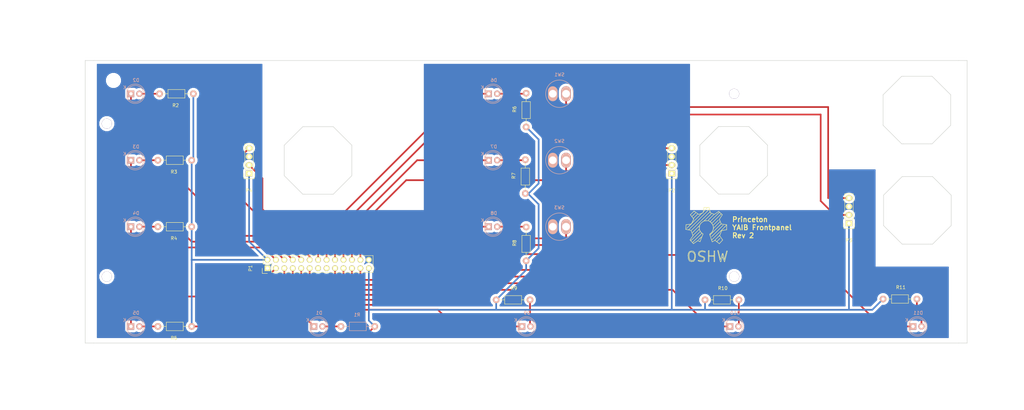
<source format=kicad_pcb>
(kicad_pcb (version 4) (host pcbnew no-vcs-found-product)

  (general
    (links 53)
    (no_connects 0)
    (area -8.100001 22.15 299.600001 145.100001)
    (thickness 1.6)
    (drawings 75)
    (tracks 175)
    (zones 0)
    (modules 34)
    (nets 34)
  )

  (page A4)
  (layers
    (0 F.Cu signal)
    (31 B.Cu signal)
    (32 B.Adhes user)
    (33 F.Adhes user)
    (34 B.Paste user)
    (35 F.Paste user)
    (36 B.SilkS user)
    (37 F.SilkS user)
    (38 B.Mask user)
    (39 F.Mask user)
    (40 Dwgs.User user)
    (41 Cmts.User user)
    (42 Eco1.User user)
    (43 Eco2.User user)
    (44 Edge.Cuts user)
    (45 Margin user)
    (46 B.CrtYd user)
    (47 F.CrtYd user)
    (48 B.Fab user)
    (49 F.Fab user)
  )

  (setup
    (last_trace_width 0.5)
    (trace_clearance 0.2)
    (zone_clearance 0.762)
    (zone_45_only no)
    (trace_min 0.2)
    (segment_width 0.2)
    (edge_width 0.15)
    (via_size 0.6)
    (via_drill 0.4)
    (via_min_size 0.4)
    (via_min_drill 0.3)
    (uvia_size 0.3)
    (uvia_drill 0.1)
    (uvias_allowed no)
    (uvia_min_size 0.2)
    (uvia_min_drill 0.1)
    (pcb_text_width 0.3)
    (pcb_text_size 1.5 1.5)
    (mod_edge_width 0.15)
    (mod_text_size 1 1)
    (mod_text_width 0.15)
    (pad_size 1.524 1.524)
    (pad_drill 0.762)
    (pad_to_mask_clearance 0.2)
    (aux_axis_origin 20 125)
    (grid_origin 20 125)
    (visible_elements FFFFFF7F)
    (pcbplotparams
      (layerselection 0x010f0_80000001)
      (usegerberextensions true)
      (excludeedgelayer true)
      (linewidth 0.100000)
      (plotframeref false)
      (viasonmask false)
      (mode 1)
      (useauxorigin false)
      (hpglpennumber 1)
      (hpglpenspeed 20)
      (hpglpendiameter 15)
      (hpglpenoverlay 2)
      (psnegative false)
      (psa4output false)
      (plotreference true)
      (plotvalue true)
      (plotinvisibletext false)
      (padsonsilk false)
      (subtractmaskfromsilk false)
      (outputformat 1)
      (mirror false)
      (drillshape 0)
      (scaleselection 1)
      (outputdirectory gerber/))
  )

  (net 0 "")
  (net 1 GND)
  (net 2 "Net-(D1-Pad2)")
  (net 3 "Net-(D2-Pad2)")
  (net 4 "Net-(D3-Pad2)")
  (net 5 "Net-(D4-Pad2)")
  (net 6 "Net-(D5-Pad2)")
  (net 7 "Net-(D6-Pad2)")
  (net 8 "Net-(D7-Pad2)")
  (net 9 "Net-(D8-Pad2)")
  (net 10 "Net-(D9-Pad2)")
  (net 11 "Net-(D10-Pad2)")
  (net 12 "Net-(D11-Pad2)")
  (net 13 "Net-(P1-Pad10)")
  (net 14 "Net-(P1-Pad12)")
  (net 15 "Net-(P1-Pad16)")
  (net 16 "Net-(P1-Pad17)")
  (net 17 "Net-(P1-Pad19)")
  (net 18 "Net-(P1-Pad20)")
  (net 19 "Net-(P1-Pad21)")
  (net 20 "Net-(P1-Pad23)")
  (net 21 "Net-(P1-Pad24)")
  (net 22 "Net-(D1-Pad1)")
  (net 23 "Net-(D2-Pad1)")
  (net 24 "Net-(D3-Pad1)")
  (net 25 "Net-(D4-Pad1)")
  (net 26 "Net-(D5-Pad1)")
  (net 27 "Net-(D6-Pad1)")
  (net 28 "Net-(D7-Pad1)")
  (net 29 "Net-(D8-Pad1)")
  (net 30 "Net-(D9-Pad1)")
  (net 31 "Net-(D10-Pad1)")
  (net 32 "Net-(D11-Pad1)")
  (net 33 +5V)

  (net_class Default "This is the default net class."
    (clearance 0.2)
    (trace_width 0.5)
    (via_dia 0.6)
    (via_drill 0.4)
    (uvia_dia 0.3)
    (uvia_drill 0.1)
    (add_net +5V)
    (add_net GND)
    (add_net "Net-(D1-Pad1)")
    (add_net "Net-(D1-Pad2)")
    (add_net "Net-(D10-Pad1)")
    (add_net "Net-(D10-Pad2)")
    (add_net "Net-(D11-Pad1)")
    (add_net "Net-(D11-Pad2)")
    (add_net "Net-(D2-Pad1)")
    (add_net "Net-(D2-Pad2)")
    (add_net "Net-(D3-Pad1)")
    (add_net "Net-(D3-Pad2)")
    (add_net "Net-(D4-Pad1)")
    (add_net "Net-(D4-Pad2)")
    (add_net "Net-(D5-Pad1)")
    (add_net "Net-(D5-Pad2)")
    (add_net "Net-(D6-Pad1)")
    (add_net "Net-(D6-Pad2)")
    (add_net "Net-(D7-Pad1)")
    (add_net "Net-(D7-Pad2)")
    (add_net "Net-(D8-Pad1)")
    (add_net "Net-(D8-Pad2)")
    (add_net "Net-(D9-Pad1)")
    (add_net "Net-(D9-Pad2)")
    (add_net "Net-(P1-Pad10)")
    (add_net "Net-(P1-Pad12)")
    (add_net "Net-(P1-Pad16)")
    (add_net "Net-(P1-Pad17)")
    (add_net "Net-(P1-Pad19)")
    (add_net "Net-(P1-Pad20)")
    (add_net "Net-(P1-Pad21)")
    (add_net "Net-(P1-Pad23)")
    (add_net "Net-(P1-Pad24)")
  )

  (module Mounting_Holes:MountingHole_3mm (layer F.Cu) (tedit 5730DC39) (tstamp 5735C3C0)
    (at 24 59)
    (descr "Mounting hole, Befestigungsbohrung, 3mm, No Annular, Kein Restring,")
    (tags "Mounting hole, Befestigungsbohrung, 3mm, No Annular, Kein Restring,")
    (fp_text reference "" (at 0 -4.0005) (layer F.SilkS)
      (effects (font (size 1 1) (thickness 0.15)))
    )
    (fp_text value MountingHole_3mm (at 1.00076 5.00126) (layer F.Fab)
      (effects (font (size 1 1) (thickness 0.15)))
    )
    (fp_circle (center 0 0) (end 3 0) (layer Cmts.User) (width 0.381))
    (pad 1 thru_hole circle (at 0 0) (size 3 3) (drill 3) (layers))
  )

  (module Mounting_Holes:MountingHole_3mm (layer F.Cu) (tedit 5730DC39) (tstamp 5735C3F7)
    (at 212.5 50)
    (descr "Mounting hole, Befestigungsbohrung, 3mm, No Annular, Kein Restring,")
    (tags "Mounting hole, Befestigungsbohrung, 3mm, No Annular, Kein Restring,")
    (fp_text reference "" (at 0 -4.0005) (layer F.SilkS)
      (effects (font (size 1 1) (thickness 0.15)))
    )
    (fp_text value MountingHole_3mm (at 1.00076 5.00126) (layer F.Fab)
      (effects (font (size 1 1) (thickness 0.15)))
    )
    (fp_circle (center 0 0) (end 3 0) (layer Cmts.User) (width 0.381))
    (pad 1 thru_hole circle (at 0 0) (size 3 3) (drill 3) (layers))
  )

  (module Mounting_Holes:MountingHole_3mm (layer F.Cu) (tedit 5730DC39) (tstamp 5735C3E8)
    (at 212.5 105)
    (descr "Mounting hole, Befestigungsbohrung, 3mm, No Annular, Kein Restring,")
    (tags "Mounting hole, Befestigungsbohrung, 3mm, No Annular, Kein Restring,")
    (fp_text reference "" (at 0 -4.0005) (layer F.SilkS)
      (effects (font (size 1 1) (thickness 0.15)))
    )
    (fp_text value MountingHole_3mm (at 1.00076 5.00126) (layer F.Fab)
      (effects (font (size 1 1) (thickness 0.15)))
    )
    (fp_circle (center 0 0) (end 3 0) (layer Cmts.User) (width 0.381))
    (pad 1 thru_hole circle (at 0 0) (size 3 3) (drill 3) (layers))
  )

  (module LEDs:LED-5MM (layer B.Cu) (tedit 5570F7EA) (tstamp 57225C4C)
    (at 86.25 120)
    (descr "LED 5mm round vertical")
    (tags "LED 5mm round vertical")
    (path /57237256)
    (fp_text reference D1 (at 1.524 -4.064) (layer B.SilkS)
      (effects (font (size 1 1) (thickness 0.15)) (justify mirror))
    )
    (fp_text value BUI (at 1.524 3.937) (layer B.Fab)
      (effects (font (size 1 1) (thickness 0.15)) (justify mirror))
    )
    (fp_line (start -1.5 1.55) (end -1.5 -1.55) (layer B.CrtYd) (width 0.05))
    (fp_arc (start 1.3 0) (end -1.5 -1.55) (angle 302) (layer B.CrtYd) (width 0.05))
    (fp_arc (start 1.27 0) (end -1.23 1.5) (angle -297.5) (layer B.SilkS) (width 0.15))
    (fp_line (start -1.23 -1.5) (end -1.23 1.5) (layer B.SilkS) (width 0.15))
    (fp_circle (center 1.27 0) (end 0.97 2.5) (layer B.SilkS) (width 0.15))
    (fp_text user K (at -1.905 -1.905) (layer B.SilkS)
      (effects (font (size 1 1) (thickness 0.15)) (justify mirror))
    )
    (pad 1 thru_hole rect (at 0 0 270) (size 2 1.9) (drill 1.00076) (layers *.Cu *.Mask B.SilkS)
      (net 22 "Net-(D1-Pad1)"))
    (pad 2 thru_hole circle (at 2.54 0) (size 1.9 1.9) (drill 1.00076) (layers *.Cu *.Mask B.SilkS)
      (net 2 "Net-(D1-Pad2)"))
    (model LEDs.3dshapes/LED-5MM.wrl
      (at (xyz 0.05 0 0))
      (scale (xyz 1 1 1))
      (rotate (xyz 0 0 90))
    )
  )

  (module LEDs:LED-5MM (layer B.Cu) (tedit 5570F7EA) (tstamp 57225C52)
    (at 31.25 50)
    (descr "LED 5mm round vertical")
    (tags "LED 5mm round vertical")
    (path /5723724A)
    (fp_text reference D2 (at 1.524 -4.064) (layer B.SilkS)
      (effects (font (size 1 1) (thickness 0.15)) (justify mirror))
    )
    (fp_text value T1M (at 1.524 3.937) (layer B.Fab)
      (effects (font (size 1 1) (thickness 0.15)) (justify mirror))
    )
    (fp_line (start -1.5 1.55) (end -1.5 -1.55) (layer B.CrtYd) (width 0.05))
    (fp_arc (start 1.3 0) (end -1.5 -1.55) (angle 302) (layer B.CrtYd) (width 0.05))
    (fp_arc (start 1.27 0) (end -1.23 1.5) (angle -297.5) (layer B.SilkS) (width 0.15))
    (fp_line (start -1.23 -1.5) (end -1.23 1.5) (layer B.SilkS) (width 0.15))
    (fp_circle (center 1.27 0) (end 0.97 2.5) (layer B.SilkS) (width 0.15))
    (fp_text user K (at -1.905 -1.905) (layer B.SilkS)
      (effects (font (size 1 1) (thickness 0.15)) (justify mirror))
    )
    (pad 1 thru_hole rect (at 0 0 270) (size 2 1.9) (drill 1.00076) (layers *.Cu *.Mask B.SilkS)
      (net 23 "Net-(D2-Pad1)"))
    (pad 2 thru_hole circle (at 2.54 0) (size 1.9 1.9) (drill 1.00076) (layers *.Cu *.Mask B.SilkS)
      (net 3 "Net-(D2-Pad2)"))
    (model LEDs.3dshapes/LED-5MM.wrl
      (at (xyz 0.05 0 0))
      (scale (xyz 1 1 1))
      (rotate (xyz 0 0 90))
    )
  )

  (module LEDs:LED-5MM (layer B.Cu) (tedit 5570F7EA) (tstamp 57225C58)
    (at 31.25 70)
    (descr "LED 5mm round vertical")
    (tags "LED 5mm round vertical")
    (path /5723726E)
    (fp_text reference D3 (at 1.524 -4.064) (layer B.SilkS)
      (effects (font (size 1 1) (thickness 0.15)) (justify mirror))
    )
    (fp_text value T2M (at 1.524 3.937) (layer B.Fab)
      (effects (font (size 1 1) (thickness 0.15)) (justify mirror))
    )
    (fp_line (start -1.5 1.55) (end -1.5 -1.55) (layer B.CrtYd) (width 0.05))
    (fp_arc (start 1.3 0) (end -1.5 -1.55) (angle 302) (layer B.CrtYd) (width 0.05))
    (fp_arc (start 1.27 0) (end -1.23 1.5) (angle -297.5) (layer B.SilkS) (width 0.15))
    (fp_line (start -1.23 -1.5) (end -1.23 1.5) (layer B.SilkS) (width 0.15))
    (fp_circle (center 1.27 0) (end 0.97 2.5) (layer B.SilkS) (width 0.15))
    (fp_text user K (at -1.905 -1.905) (layer B.SilkS)
      (effects (font (size 1 1) (thickness 0.15)) (justify mirror))
    )
    (pad 1 thru_hole rect (at 0 0 270) (size 2 1.9) (drill 1.00076) (layers *.Cu *.Mask B.SilkS)
      (net 24 "Net-(D3-Pad1)"))
    (pad 2 thru_hole circle (at 2.54 0) (size 1.9 1.9) (drill 1.00076) (layers *.Cu *.Mask B.SilkS)
      (net 4 "Net-(D3-Pad2)"))
    (model LEDs.3dshapes/LED-5MM.wrl
      (at (xyz 0.05 0 0))
      (scale (xyz 1 1 1))
      (rotate (xyz 0 0 90))
    )
  )

  (module LEDs:LED-5MM (layer B.Cu) (tedit 5570F7EA) (tstamp 57225C5E)
    (at 31.25 90)
    (descr "LED 5mm round vertical")
    (tags "LED 5mm round vertical")
    (path /57237262)
    (fp_text reference D4 (at 1.524 -4.064) (layer B.SilkS)
      (effects (font (size 1 1) (thickness 0.15)) (justify mirror))
    )
    (fp_text value T3M (at 1.524 3.937) (layer B.Fab)
      (effects (font (size 1 1) (thickness 0.15)) (justify mirror))
    )
    (fp_line (start -1.5 1.55) (end -1.5 -1.55) (layer B.CrtYd) (width 0.05))
    (fp_arc (start 1.3 0) (end -1.5 -1.55) (angle 302) (layer B.CrtYd) (width 0.05))
    (fp_arc (start 1.27 0) (end -1.23 1.5) (angle -297.5) (layer B.SilkS) (width 0.15))
    (fp_line (start -1.23 -1.5) (end -1.23 1.5) (layer B.SilkS) (width 0.15))
    (fp_circle (center 1.27 0) (end 0.97 2.5) (layer B.SilkS) (width 0.15))
    (fp_text user K (at -1.905 -1.905) (layer B.SilkS)
      (effects (font (size 1 1) (thickness 0.15)) (justify mirror))
    )
    (pad 1 thru_hole rect (at 0 0 270) (size 2 1.9) (drill 1.00076) (layers *.Cu *.Mask B.SilkS)
      (net 25 "Net-(D4-Pad1)"))
    (pad 2 thru_hole circle (at 2.54 0) (size 1.9 1.9) (drill 1.00076) (layers *.Cu *.Mask B.SilkS)
      (net 5 "Net-(D4-Pad2)"))
    (model LEDs.3dshapes/LED-5MM.wrl
      (at (xyz 0.05 0 0))
      (scale (xyz 1 1 1))
      (rotate (xyz 0 0 90))
    )
  )

  (module LEDs:LED-5MM (layer B.Cu) (tedit 5570F7EA) (tstamp 57225C64)
    (at 31.25 120)
    (descr "LED 5mm round vertical")
    (tags "LED 5mm round vertical")
    (path /57238E84)
    (fp_text reference D5 (at 1.524 -4.064) (layer B.SilkS)
      (effects (font (size 1 1) (thickness 0.15)) (justify mirror))
    )
    (fp_text value MML (at 1.524 3.937) (layer B.Fab)
      (effects (font (size 1 1) (thickness 0.15)) (justify mirror))
    )
    (fp_line (start -1.5 1.55) (end -1.5 -1.55) (layer B.CrtYd) (width 0.05))
    (fp_arc (start 1.3 0) (end -1.5 -1.55) (angle 302) (layer B.CrtYd) (width 0.05))
    (fp_arc (start 1.27 0) (end -1.23 1.5) (angle -297.5) (layer B.SilkS) (width 0.15))
    (fp_line (start -1.23 -1.5) (end -1.23 1.5) (layer B.SilkS) (width 0.15))
    (fp_circle (center 1.27 0) (end 0.97 2.5) (layer B.SilkS) (width 0.15))
    (fp_text user K (at -1.905 -1.905) (layer B.SilkS)
      (effects (font (size 1 1) (thickness 0.15)) (justify mirror))
    )
    (pad 1 thru_hole rect (at 0 0 270) (size 2 1.9) (drill 1.00076) (layers *.Cu *.Mask B.SilkS)
      (net 26 "Net-(D5-Pad1)"))
    (pad 2 thru_hole circle (at 2.54 0) (size 1.9 1.9) (drill 1.00076) (layers *.Cu *.Mask B.SilkS)
      (net 6 "Net-(D5-Pad2)"))
    (model LEDs.3dshapes/LED-5MM.wrl
      (at (xyz 0.05 0 0))
      (scale (xyz 1 1 1))
      (rotate (xyz 0 0 90))
    )
  )

  (module LEDs:LED-5MM (layer B.Cu) (tedit 5570F7EA) (tstamp 57225C6A)
    (at 138.75 50)
    (descr "LED 5mm round vertical")
    (tags "LED 5mm round vertical")
    (path /57235EF8)
    (fp_text reference D6 (at 1.524 -4.064) (layer B.SilkS)
      (effects (font (size 1 1) (thickness 0.15)) (justify mirror))
    )
    (fp_text value A1L (at 1.524 3.937) (layer B.Fab)
      (effects (font (size 1 1) (thickness 0.15)) (justify mirror))
    )
    (fp_line (start -1.5 1.55) (end -1.5 -1.55) (layer B.CrtYd) (width 0.05))
    (fp_arc (start 1.3 0) (end -1.5 -1.55) (angle 302) (layer B.CrtYd) (width 0.05))
    (fp_arc (start 1.27 0) (end -1.23 1.5) (angle -297.5) (layer B.SilkS) (width 0.15))
    (fp_line (start -1.23 -1.5) (end -1.23 1.5) (layer B.SilkS) (width 0.15))
    (fp_circle (center 1.27 0) (end 0.97 2.5) (layer B.SilkS) (width 0.15))
    (fp_text user K (at -1.905 -1.905) (layer B.SilkS)
      (effects (font (size 1 1) (thickness 0.15)) (justify mirror))
    )
    (pad 1 thru_hole rect (at 0 0 270) (size 2 1.9) (drill 1.00076) (layers *.Cu *.Mask B.SilkS)
      (net 27 "Net-(D6-Pad1)"))
    (pad 2 thru_hole circle (at 2.54 0) (size 1.9 1.9) (drill 1.00076) (layers *.Cu *.Mask B.SilkS)
      (net 7 "Net-(D6-Pad2)"))
    (model LEDs.3dshapes/LED-5MM.wrl
      (at (xyz 0.05 0 0))
      (scale (xyz 1 1 1))
      (rotate (xyz 0 0 90))
    )
  )

  (module LEDs:LED-5MM (layer B.Cu) (tedit 5570F7EA) (tstamp 57225C70)
    (at 138.75 70)
    (descr "LED 5mm round vertical")
    (tags "LED 5mm round vertical")
    (path /57235EEC)
    (fp_text reference D7 (at 1.524 -4.064) (layer B.SilkS)
      (effects (font (size 1 1) (thickness 0.15)) (justify mirror))
    )
    (fp_text value A2L (at 1.524 3.937) (layer B.Fab)
      (effects (font (size 1 1) (thickness 0.15)) (justify mirror))
    )
    (fp_line (start -1.5 1.55) (end -1.5 -1.55) (layer B.CrtYd) (width 0.05))
    (fp_arc (start 1.3 0) (end -1.5 -1.55) (angle 302) (layer B.CrtYd) (width 0.05))
    (fp_arc (start 1.27 0) (end -1.23 1.5) (angle -297.5) (layer B.SilkS) (width 0.15))
    (fp_line (start -1.23 -1.5) (end -1.23 1.5) (layer B.SilkS) (width 0.15))
    (fp_circle (center 1.27 0) (end 0.97 2.5) (layer B.SilkS) (width 0.15))
    (fp_text user K (at -1.905 -1.905) (layer B.SilkS)
      (effects (font (size 1 1) (thickness 0.15)) (justify mirror))
    )
    (pad 1 thru_hole rect (at 0 0 270) (size 2 1.9) (drill 1.00076) (layers *.Cu *.Mask B.SilkS)
      (net 28 "Net-(D7-Pad1)"))
    (pad 2 thru_hole circle (at 2.54 0) (size 1.9 1.9) (drill 1.00076) (layers *.Cu *.Mask B.SilkS)
      (net 8 "Net-(D7-Pad2)"))
    (model LEDs.3dshapes/LED-5MM.wrl
      (at (xyz 0.05 0 0))
      (scale (xyz 1 1 1))
      (rotate (xyz 0 0 90))
    )
  )

  (module LEDs:LED-5MM (layer B.Cu) (tedit 5570F7EA) (tstamp 57225C76)
    (at 138.75 90)
    (descr "LED 5mm round vertical")
    (tags "LED 5mm round vertical")
    (path /57235F10)
    (fp_text reference D8 (at 1.524 -4.064) (layer B.SilkS)
      (effects (font (size 1 1) (thickness 0.15)) (justify mirror))
    )
    (fp_text value A3L (at 1.524 3.937) (layer B.Fab)
      (effects (font (size 1 1) (thickness 0.15)) (justify mirror))
    )
    (fp_line (start -1.5 1.55) (end -1.5 -1.55) (layer B.CrtYd) (width 0.05))
    (fp_arc (start 1.3 0) (end -1.5 -1.55) (angle 302) (layer B.CrtYd) (width 0.05))
    (fp_arc (start 1.27 0) (end -1.23 1.5) (angle -297.5) (layer B.SilkS) (width 0.15))
    (fp_line (start -1.23 -1.5) (end -1.23 1.5) (layer B.SilkS) (width 0.15))
    (fp_circle (center 1.27 0) (end 0.97 2.5) (layer B.SilkS) (width 0.15))
    (fp_text user K (at -1.905 -1.905) (layer B.SilkS)
      (effects (font (size 1 1) (thickness 0.15)) (justify mirror))
    )
    (pad 1 thru_hole rect (at 0 0 270) (size 2 1.9) (drill 1.00076) (layers *.Cu *.Mask B.SilkS)
      (net 29 "Net-(D8-Pad1)"))
    (pad 2 thru_hole circle (at 2.54 0) (size 1.9 1.9) (drill 1.00076) (layers *.Cu *.Mask B.SilkS)
      (net 9 "Net-(D8-Pad2)"))
    (model LEDs.3dshapes/LED-5MM.wrl
      (at (xyz 0.05 0 0))
      (scale (xyz 1 1 1))
      (rotate (xyz 0 0 90))
    )
  )

  (module LEDs:LED-5MM (layer B.Cu) (tedit 5570F7EA) (tstamp 57225C7C)
    (at 148.75 120)
    (descr "LED 5mm round vertical")
    (tags "LED 5mm round vertical")
    (path /57235F04)
    (fp_text reference D9 (at 1.524 -4.064) (layer B.SilkS)
      (effects (font (size 1 1) (thickness 0.15)) (justify mirror))
    )
    (fp_text value BUA (at 1.524 3.937) (layer B.Fab)
      (effects (font (size 1 1) (thickness 0.15)) (justify mirror))
    )
    (fp_line (start -1.5 1.55) (end -1.5 -1.55) (layer B.CrtYd) (width 0.05))
    (fp_arc (start 1.3 0) (end -1.5 -1.55) (angle 302) (layer B.CrtYd) (width 0.05))
    (fp_arc (start 1.27 0) (end -1.23 1.5) (angle -297.5) (layer B.SilkS) (width 0.15))
    (fp_line (start -1.23 -1.5) (end -1.23 1.5) (layer B.SilkS) (width 0.15))
    (fp_circle (center 1.27 0) (end 0.97 2.5) (layer B.SilkS) (width 0.15))
    (fp_text user K (at -1.905 -1.905) (layer B.SilkS)
      (effects (font (size 1 1) (thickness 0.15)) (justify mirror))
    )
    (pad 1 thru_hole rect (at 0 0 270) (size 2 1.9) (drill 1.00076) (layers *.Cu *.Mask B.SilkS)
      (net 30 "Net-(D9-Pad1)"))
    (pad 2 thru_hole circle (at 2.54 0) (size 1.9 1.9) (drill 1.00076) (layers *.Cu *.Mask B.SilkS)
      (net 10 "Net-(D9-Pad2)"))
    (model LEDs.3dshapes/LED-5MM.wrl
      (at (xyz 0.05 0 0))
      (scale (xyz 1 1 1))
      (rotate (xyz 0 0 90))
    )
  )

  (module LEDs:LED-5MM (layer B.Cu) (tedit 5570F7EA) (tstamp 57225C82)
    (at 211.25 120)
    (descr "LED 5mm round vertical")
    (tags "LED 5mm round vertical")
    (path /57234EB9)
    (fp_text reference D10 (at 1.524 -4.064) (layer B.SilkS)
      (effects (font (size 1 1) (thickness 0.15)) (justify mirror))
    )
    (fp_text value BUC (at 1.524 3.937) (layer B.Fab)
      (effects (font (size 1 1) (thickness 0.15)) (justify mirror))
    )
    (fp_line (start -1.5 1.55) (end -1.5 -1.55) (layer B.CrtYd) (width 0.05))
    (fp_arc (start 1.3 0) (end -1.5 -1.55) (angle 302) (layer B.CrtYd) (width 0.05))
    (fp_arc (start 1.27 0) (end -1.23 1.5) (angle -297.5) (layer B.SilkS) (width 0.15))
    (fp_line (start -1.23 -1.5) (end -1.23 1.5) (layer B.SilkS) (width 0.15))
    (fp_circle (center 1.27 0) (end 0.97 2.5) (layer B.SilkS) (width 0.15))
    (fp_text user K (at -1.905 -1.905) (layer B.SilkS)
      (effects (font (size 1 1) (thickness 0.15)) (justify mirror))
    )
    (pad 1 thru_hole rect (at 0 0 270) (size 2 1.9) (drill 1.00076) (layers *.Cu *.Mask B.SilkS)
      (net 31 "Net-(D10-Pad1)"))
    (pad 2 thru_hole circle (at 2.54 0) (size 1.9 1.9) (drill 1.00076) (layers *.Cu *.Mask B.SilkS)
      (net 11 "Net-(D10-Pad2)"))
    (model LEDs.3dshapes/LED-5MM.wrl
      (at (xyz 0.05 0 0))
      (scale (xyz 1 1 1))
      (rotate (xyz 0 0 90))
    )
  )

  (module LEDs:LED-5MM (layer B.Cu) (tedit 5570F7EA) (tstamp 57225C88)
    (at 266.25 120)
    (descr "LED 5mm round vertical")
    (tags "LED 5mm round vertical")
    (path /57233345)
    (fp_text reference D11 (at 1.524 -4.064) (layer B.SilkS)
      (effects (font (size 1 1) (thickness 0.15)) (justify mirror))
    )
    (fp_text value REA (at 1.524 3.937) (layer B.Fab)
      (effects (font (size 1 1) (thickness 0.15)) (justify mirror))
    )
    (fp_line (start -1.5 1.55) (end -1.5 -1.55) (layer B.CrtYd) (width 0.05))
    (fp_arc (start 1.3 0) (end -1.5 -1.55) (angle 302) (layer B.CrtYd) (width 0.05))
    (fp_arc (start 1.27 0) (end -1.23 1.5) (angle -297.5) (layer B.SilkS) (width 0.15))
    (fp_line (start -1.23 -1.5) (end -1.23 1.5) (layer B.SilkS) (width 0.15))
    (fp_circle (center 1.27 0) (end 0.97 2.5) (layer B.SilkS) (width 0.15))
    (fp_text user K (at -1.905 -1.905) (layer B.SilkS)
      (effects (font (size 1 1) (thickness 0.15)) (justify mirror))
    )
    (pad 1 thru_hole rect (at 0 0 270) (size 2 1.9) (drill 1.00076) (layers *.Cu *.Mask B.SilkS)
      (net 32 "Net-(D11-Pad1)"))
    (pad 2 thru_hole circle (at 2.54 0) (size 1.9 1.9) (drill 1.00076) (layers *.Cu *.Mask B.SilkS)
      (net 12 "Net-(D11-Pad2)"))
    (model LEDs.3dshapes/LED-5MM.wrl
      (at (xyz 0.05 0 0))
      (scale (xyz 1 1 1))
      (rotate (xyz 0 0 90))
    )
  )

  (module Resistors_ThroughHole:Resistor_Horizontal_RM10mm (layer B.Cu) (tedit 56648415) (tstamp 57225CC4)
    (at 104.5 120 180)
    (descr "Resistor, Axial,  RM 10mm, 1/3W")
    (tags "Resistor Axial RM 10mm 1/3W")
    (path /5723725C)
    (fp_text reference R1 (at 5.32892 3.50012 180) (layer B.SilkS)
      (effects (font (size 1 1) (thickness 0.15)) (justify mirror))
    )
    (fp_text value R (at 5.08 -3.81 180) (layer B.Fab)
      (effects (font (size 1 1) (thickness 0.15)) (justify mirror))
    )
    (fp_line (start -1.25 1.5) (end 11.4 1.5) (layer B.CrtYd) (width 0.05))
    (fp_line (start -1.25 -1.5) (end -1.25 1.5) (layer B.CrtYd) (width 0.05))
    (fp_line (start 11.4 1.5) (end 11.4 -1.5) (layer B.CrtYd) (width 0.05))
    (fp_line (start -1.25 -1.5) (end 11.4 -1.5) (layer B.CrtYd) (width 0.05))
    (fp_line (start 2.54 1.27) (end 7.62 1.27) (layer B.SilkS) (width 0.15))
    (fp_line (start 7.62 1.27) (end 7.62 -1.27) (layer B.SilkS) (width 0.15))
    (fp_line (start 7.62 -1.27) (end 2.54 -1.27) (layer B.SilkS) (width 0.15))
    (fp_line (start 2.54 -1.27) (end 2.54 1.27) (layer B.SilkS) (width 0.15))
    (fp_line (start 2.54 0) (end 1.27 0) (layer B.SilkS) (width 0.15))
    (fp_line (start 7.62 0) (end 8.89 0) (layer B.SilkS) (width 0.15))
    (pad 1 thru_hole circle (at 0 0 180) (size 1.99898 1.99898) (drill 1.00076) (layers *.Cu *.SilkS *.Mask)
      (net 33 +5V))
    (pad 2 thru_hole circle (at 10.16 0 180) (size 1.99898 1.99898) (drill 1.00076) (layers *.Cu *.SilkS *.Mask)
      (net 2 "Net-(D1-Pad2)"))
    (model Resistors_ThroughHole.3dshapes/Resistor_Horizontal_RM10mm.wrl
      (at (xyz 0 0 0))
      (scale (xyz 0.4 0.4 0.4))
      (rotate (xyz 0 0 0))
    )
  )

  (module Resistors_ThroughHole:Resistor_Horizontal_RM10mm (layer F.Cu) (tedit 56648415) (tstamp 57225CCA)
    (at 50 50 180)
    (descr "Resistor, Axial,  RM 10mm, 1/3W")
    (tags "Resistor Axial RM 10mm 1/3W")
    (path /57237250)
    (fp_text reference R2 (at 5.32892 -3.50012 180) (layer F.SilkS)
      (effects (font (size 1 1) (thickness 0.15)))
    )
    (fp_text value R (at 5.08 3.81 180) (layer F.Fab)
      (effects (font (size 1 1) (thickness 0.15)))
    )
    (fp_line (start -1.25 -1.5) (end 11.4 -1.5) (layer F.CrtYd) (width 0.05))
    (fp_line (start -1.25 1.5) (end -1.25 -1.5) (layer F.CrtYd) (width 0.05))
    (fp_line (start 11.4 -1.5) (end 11.4 1.5) (layer F.CrtYd) (width 0.05))
    (fp_line (start -1.25 1.5) (end 11.4 1.5) (layer F.CrtYd) (width 0.05))
    (fp_line (start 2.54 -1.27) (end 7.62 -1.27) (layer F.SilkS) (width 0.15))
    (fp_line (start 7.62 -1.27) (end 7.62 1.27) (layer F.SilkS) (width 0.15))
    (fp_line (start 7.62 1.27) (end 2.54 1.27) (layer F.SilkS) (width 0.15))
    (fp_line (start 2.54 1.27) (end 2.54 -1.27) (layer F.SilkS) (width 0.15))
    (fp_line (start 2.54 0) (end 1.27 0) (layer F.SilkS) (width 0.15))
    (fp_line (start 7.62 0) (end 8.89 0) (layer F.SilkS) (width 0.15))
    (pad 1 thru_hole circle (at 0 0 180) (size 1.99898 1.99898) (drill 1.00076) (layers *.Cu *.SilkS *.Mask)
      (net 33 +5V))
    (pad 2 thru_hole circle (at 10.16 0 180) (size 1.99898 1.99898) (drill 1.00076) (layers *.Cu *.SilkS *.Mask)
      (net 3 "Net-(D2-Pad2)"))
    (model Resistors_ThroughHole.3dshapes/Resistor_Horizontal_RM10mm.wrl
      (at (xyz 0 0 0))
      (scale (xyz 0.4 0.4 0.4))
      (rotate (xyz 0 0 0))
    )
  )

  (module Resistors_ThroughHole:Resistor_Horizontal_RM10mm (layer F.Cu) (tedit 56648415) (tstamp 57225CD0)
    (at 49.5 70 180)
    (descr "Resistor, Axial,  RM 10mm, 1/3W")
    (tags "Resistor Axial RM 10mm 1/3W")
    (path /57237274)
    (fp_text reference R3 (at 5.32892 -3.50012 180) (layer F.SilkS)
      (effects (font (size 1 1) (thickness 0.15)))
    )
    (fp_text value R (at 5.08 3.81 180) (layer F.Fab)
      (effects (font (size 1 1) (thickness 0.15)))
    )
    (fp_line (start -1.25 -1.5) (end 11.4 -1.5) (layer F.CrtYd) (width 0.05))
    (fp_line (start -1.25 1.5) (end -1.25 -1.5) (layer F.CrtYd) (width 0.05))
    (fp_line (start 11.4 -1.5) (end 11.4 1.5) (layer F.CrtYd) (width 0.05))
    (fp_line (start -1.25 1.5) (end 11.4 1.5) (layer F.CrtYd) (width 0.05))
    (fp_line (start 2.54 -1.27) (end 7.62 -1.27) (layer F.SilkS) (width 0.15))
    (fp_line (start 7.62 -1.27) (end 7.62 1.27) (layer F.SilkS) (width 0.15))
    (fp_line (start 7.62 1.27) (end 2.54 1.27) (layer F.SilkS) (width 0.15))
    (fp_line (start 2.54 1.27) (end 2.54 -1.27) (layer F.SilkS) (width 0.15))
    (fp_line (start 2.54 0) (end 1.27 0) (layer F.SilkS) (width 0.15))
    (fp_line (start 7.62 0) (end 8.89 0) (layer F.SilkS) (width 0.15))
    (pad 1 thru_hole circle (at 0 0 180) (size 1.99898 1.99898) (drill 1.00076) (layers *.Cu *.SilkS *.Mask)
      (net 33 +5V))
    (pad 2 thru_hole circle (at 10.16 0 180) (size 1.99898 1.99898) (drill 1.00076) (layers *.Cu *.SilkS *.Mask)
      (net 4 "Net-(D3-Pad2)"))
    (model Resistors_ThroughHole.3dshapes/Resistor_Horizontal_RM10mm.wrl
      (at (xyz 0 0 0))
      (scale (xyz 0.4 0.4 0.4))
      (rotate (xyz 0 0 0))
    )
  )

  (module Resistors_ThroughHole:Resistor_Horizontal_RM10mm (layer F.Cu) (tedit 56648415) (tstamp 57225CD6)
    (at 49.5 90 180)
    (descr "Resistor, Axial,  RM 10mm, 1/3W")
    (tags "Resistor Axial RM 10mm 1/3W")
    (path /57237268)
    (fp_text reference R4 (at 5.32892 -3.50012 180) (layer F.SilkS)
      (effects (font (size 1 1) (thickness 0.15)))
    )
    (fp_text value R (at 5.08 3.81 180) (layer F.Fab)
      (effects (font (size 1 1) (thickness 0.15)))
    )
    (fp_line (start -1.25 -1.5) (end 11.4 -1.5) (layer F.CrtYd) (width 0.05))
    (fp_line (start -1.25 1.5) (end -1.25 -1.5) (layer F.CrtYd) (width 0.05))
    (fp_line (start 11.4 -1.5) (end 11.4 1.5) (layer F.CrtYd) (width 0.05))
    (fp_line (start -1.25 1.5) (end 11.4 1.5) (layer F.CrtYd) (width 0.05))
    (fp_line (start 2.54 -1.27) (end 7.62 -1.27) (layer F.SilkS) (width 0.15))
    (fp_line (start 7.62 -1.27) (end 7.62 1.27) (layer F.SilkS) (width 0.15))
    (fp_line (start 7.62 1.27) (end 2.54 1.27) (layer F.SilkS) (width 0.15))
    (fp_line (start 2.54 1.27) (end 2.54 -1.27) (layer F.SilkS) (width 0.15))
    (fp_line (start 2.54 0) (end 1.27 0) (layer F.SilkS) (width 0.15))
    (fp_line (start 7.62 0) (end 8.89 0) (layer F.SilkS) (width 0.15))
    (pad 1 thru_hole circle (at 0 0 180) (size 1.99898 1.99898) (drill 1.00076) (layers *.Cu *.SilkS *.Mask)
      (net 33 +5V))
    (pad 2 thru_hole circle (at 10.16 0 180) (size 1.99898 1.99898) (drill 1.00076) (layers *.Cu *.SilkS *.Mask)
      (net 5 "Net-(D4-Pad2)"))
    (model Resistors_ThroughHole.3dshapes/Resistor_Horizontal_RM10mm.wrl
      (at (xyz 0 0 0))
      (scale (xyz 0.4 0.4 0.4))
      (rotate (xyz 0 0 0))
    )
  )

  (module Resistors_ThroughHole:Resistor_Horizontal_RM10mm (layer F.Cu) (tedit 56648415) (tstamp 57225CDC)
    (at 49.5 120 180)
    (descr "Resistor, Axial,  RM 10mm, 1/3W")
    (tags "Resistor Axial RM 10mm 1/3W")
    (path /57238E8A)
    (fp_text reference R5 (at 5.32892 -3.50012 180) (layer F.SilkS)
      (effects (font (size 1 1) (thickness 0.15)))
    )
    (fp_text value R (at 5.08 3.81 180) (layer F.Fab)
      (effects (font (size 1 1) (thickness 0.15)))
    )
    (fp_line (start -1.25 -1.5) (end 11.4 -1.5) (layer F.CrtYd) (width 0.05))
    (fp_line (start -1.25 1.5) (end -1.25 -1.5) (layer F.CrtYd) (width 0.05))
    (fp_line (start 11.4 -1.5) (end 11.4 1.5) (layer F.CrtYd) (width 0.05))
    (fp_line (start -1.25 1.5) (end 11.4 1.5) (layer F.CrtYd) (width 0.05))
    (fp_line (start 2.54 -1.27) (end 7.62 -1.27) (layer F.SilkS) (width 0.15))
    (fp_line (start 7.62 -1.27) (end 7.62 1.27) (layer F.SilkS) (width 0.15))
    (fp_line (start 7.62 1.27) (end 2.54 1.27) (layer F.SilkS) (width 0.15))
    (fp_line (start 2.54 1.27) (end 2.54 -1.27) (layer F.SilkS) (width 0.15))
    (fp_line (start 2.54 0) (end 1.27 0) (layer F.SilkS) (width 0.15))
    (fp_line (start 7.62 0) (end 8.89 0) (layer F.SilkS) (width 0.15))
    (pad 1 thru_hole circle (at 0 0 180) (size 1.99898 1.99898) (drill 1.00076) (layers *.Cu *.SilkS *.Mask)
      (net 33 +5V))
    (pad 2 thru_hole circle (at 10.16 0 180) (size 1.99898 1.99898) (drill 1.00076) (layers *.Cu *.SilkS *.Mask)
      (net 6 "Net-(D5-Pad2)"))
    (model Resistors_ThroughHole.3dshapes/Resistor_Horizontal_RM10mm.wrl
      (at (xyz 0 0 0))
      (scale (xyz 0.4 0.4 0.4))
      (rotate (xyz 0 0 0))
    )
  )

  (module Resistors_ThroughHole:Resistor_Horizontal_RM10mm (layer F.Cu) (tedit 56648415) (tstamp 57225CE2)
    (at 150 60 90)
    (descr "Resistor, Axial,  RM 10mm, 1/3W")
    (tags "Resistor Axial RM 10mm 1/3W")
    (path /57235EFE)
    (fp_text reference R6 (at 5.32892 -3.50012 90) (layer F.SilkS)
      (effects (font (size 1 1) (thickness 0.15)))
    )
    (fp_text value R (at 5.08 3.81 90) (layer F.Fab)
      (effects (font (size 1 1) (thickness 0.15)))
    )
    (fp_line (start -1.25 -1.5) (end 11.4 -1.5) (layer F.CrtYd) (width 0.05))
    (fp_line (start -1.25 1.5) (end -1.25 -1.5) (layer F.CrtYd) (width 0.05))
    (fp_line (start 11.4 -1.5) (end 11.4 1.5) (layer F.CrtYd) (width 0.05))
    (fp_line (start -1.25 1.5) (end 11.4 1.5) (layer F.CrtYd) (width 0.05))
    (fp_line (start 2.54 -1.27) (end 7.62 -1.27) (layer F.SilkS) (width 0.15))
    (fp_line (start 7.62 -1.27) (end 7.62 1.27) (layer F.SilkS) (width 0.15))
    (fp_line (start 7.62 1.27) (end 2.54 1.27) (layer F.SilkS) (width 0.15))
    (fp_line (start 2.54 1.27) (end 2.54 -1.27) (layer F.SilkS) (width 0.15))
    (fp_line (start 2.54 0) (end 1.27 0) (layer F.SilkS) (width 0.15))
    (fp_line (start 7.62 0) (end 8.89 0) (layer F.SilkS) (width 0.15))
    (pad 1 thru_hole circle (at 0 0 90) (size 1.99898 1.99898) (drill 1.00076) (layers *.Cu *.SilkS *.Mask)
      (net 33 +5V))
    (pad 2 thru_hole circle (at 10.16 0 90) (size 1.99898 1.99898) (drill 1.00076) (layers *.Cu *.SilkS *.Mask)
      (net 7 "Net-(D6-Pad2)"))
    (model Resistors_ThroughHole.3dshapes/Resistor_Horizontal_RM10mm.wrl
      (at (xyz 0 0 0))
      (scale (xyz 0.4 0.4 0.4))
      (rotate (xyz 0 0 0))
    )
  )

  (module Resistors_ThroughHole:Resistor_Horizontal_RM10mm (layer F.Cu) (tedit 56648415) (tstamp 57225CE8)
    (at 149.75 80 90)
    (descr "Resistor, Axial,  RM 10mm, 1/3W")
    (tags "Resistor Axial RM 10mm 1/3W")
    (path /57235EF2)
    (fp_text reference R7 (at 5.32892 -3.50012 90) (layer F.SilkS)
      (effects (font (size 1 1) (thickness 0.15)))
    )
    (fp_text value R (at 5.08 3.81 90) (layer F.Fab)
      (effects (font (size 1 1) (thickness 0.15)))
    )
    (fp_line (start -1.25 -1.5) (end 11.4 -1.5) (layer F.CrtYd) (width 0.05))
    (fp_line (start -1.25 1.5) (end -1.25 -1.5) (layer F.CrtYd) (width 0.05))
    (fp_line (start 11.4 -1.5) (end 11.4 1.5) (layer F.CrtYd) (width 0.05))
    (fp_line (start -1.25 1.5) (end 11.4 1.5) (layer F.CrtYd) (width 0.05))
    (fp_line (start 2.54 -1.27) (end 7.62 -1.27) (layer F.SilkS) (width 0.15))
    (fp_line (start 7.62 -1.27) (end 7.62 1.27) (layer F.SilkS) (width 0.15))
    (fp_line (start 7.62 1.27) (end 2.54 1.27) (layer F.SilkS) (width 0.15))
    (fp_line (start 2.54 1.27) (end 2.54 -1.27) (layer F.SilkS) (width 0.15))
    (fp_line (start 2.54 0) (end 1.27 0) (layer F.SilkS) (width 0.15))
    (fp_line (start 7.62 0) (end 8.89 0) (layer F.SilkS) (width 0.15))
    (pad 1 thru_hole circle (at 0 0 90) (size 1.99898 1.99898) (drill 1.00076) (layers *.Cu *.SilkS *.Mask)
      (net 33 +5V))
    (pad 2 thru_hole circle (at 10.16 0 90) (size 1.99898 1.99898) (drill 1.00076) (layers *.Cu *.SilkS *.Mask)
      (net 8 "Net-(D7-Pad2)"))
    (model Resistors_ThroughHole.3dshapes/Resistor_Horizontal_RM10mm.wrl
      (at (xyz 0 0 0))
      (scale (xyz 0.4 0.4 0.4))
      (rotate (xyz 0 0 0))
    )
  )

  (module Resistors_ThroughHole:Resistor_Horizontal_RM10mm (layer F.Cu) (tedit 56648415) (tstamp 57225CEE)
    (at 150 100.25 90)
    (descr "Resistor, Axial,  RM 10mm, 1/3W")
    (tags "Resistor Axial RM 10mm 1/3W")
    (path /57235F16)
    (fp_text reference R8 (at 5.32892 -3.50012 90) (layer F.SilkS)
      (effects (font (size 1 1) (thickness 0.15)))
    )
    (fp_text value R (at 5.08 3.81 90) (layer F.Fab)
      (effects (font (size 1 1) (thickness 0.15)))
    )
    (fp_line (start -1.25 -1.5) (end 11.4 -1.5) (layer F.CrtYd) (width 0.05))
    (fp_line (start -1.25 1.5) (end -1.25 -1.5) (layer F.CrtYd) (width 0.05))
    (fp_line (start 11.4 -1.5) (end 11.4 1.5) (layer F.CrtYd) (width 0.05))
    (fp_line (start -1.25 1.5) (end 11.4 1.5) (layer F.CrtYd) (width 0.05))
    (fp_line (start 2.54 -1.27) (end 7.62 -1.27) (layer F.SilkS) (width 0.15))
    (fp_line (start 7.62 -1.27) (end 7.62 1.27) (layer F.SilkS) (width 0.15))
    (fp_line (start 7.62 1.27) (end 2.54 1.27) (layer F.SilkS) (width 0.15))
    (fp_line (start 2.54 1.27) (end 2.54 -1.27) (layer F.SilkS) (width 0.15))
    (fp_line (start 2.54 0) (end 1.27 0) (layer F.SilkS) (width 0.15))
    (fp_line (start 7.62 0) (end 8.89 0) (layer F.SilkS) (width 0.15))
    (pad 1 thru_hole circle (at 0 0 90) (size 1.99898 1.99898) (drill 1.00076) (layers *.Cu *.SilkS *.Mask)
      (net 33 +5V))
    (pad 2 thru_hole circle (at 10.16 0 90) (size 1.99898 1.99898) (drill 1.00076) (layers *.Cu *.SilkS *.Mask)
      (net 9 "Net-(D8-Pad2)"))
    (model Resistors_ThroughHole.3dshapes/Resistor_Horizontal_RM10mm.wrl
      (at (xyz 0 0 0))
      (scale (xyz 0.4 0.4 0.4))
      (rotate (xyz 0 0 0))
    )
  )

  (module Resistors_ThroughHole:Resistor_Horizontal_RM10mm (layer F.Cu) (tedit 56648415) (tstamp 57225CF4)
    (at 141 112)
    (descr "Resistor, Axial,  RM 10mm, 1/3W")
    (tags "Resistor Axial RM 10mm 1/3W")
    (path /57235F0A)
    (fp_text reference R9 (at 5.32892 -3.50012) (layer F.SilkS)
      (effects (font (size 1 1) (thickness 0.15)))
    )
    (fp_text value R (at 5.08 3.81) (layer F.Fab)
      (effects (font (size 1 1) (thickness 0.15)))
    )
    (fp_line (start -1.25 -1.5) (end 11.4 -1.5) (layer F.CrtYd) (width 0.05))
    (fp_line (start -1.25 1.5) (end -1.25 -1.5) (layer F.CrtYd) (width 0.05))
    (fp_line (start 11.4 -1.5) (end 11.4 1.5) (layer F.CrtYd) (width 0.05))
    (fp_line (start -1.25 1.5) (end 11.4 1.5) (layer F.CrtYd) (width 0.05))
    (fp_line (start 2.54 -1.27) (end 7.62 -1.27) (layer F.SilkS) (width 0.15))
    (fp_line (start 7.62 -1.27) (end 7.62 1.27) (layer F.SilkS) (width 0.15))
    (fp_line (start 7.62 1.27) (end 2.54 1.27) (layer F.SilkS) (width 0.15))
    (fp_line (start 2.54 1.27) (end 2.54 -1.27) (layer F.SilkS) (width 0.15))
    (fp_line (start 2.54 0) (end 1.27 0) (layer F.SilkS) (width 0.15))
    (fp_line (start 7.62 0) (end 8.89 0) (layer F.SilkS) (width 0.15))
    (pad 1 thru_hole circle (at 0 0) (size 1.99898 1.99898) (drill 1.00076) (layers *.Cu *.SilkS *.Mask)
      (net 33 +5V))
    (pad 2 thru_hole circle (at 10.16 0) (size 1.99898 1.99898) (drill 1.00076) (layers *.Cu *.SilkS *.Mask)
      (net 10 "Net-(D9-Pad2)"))
    (model Resistors_ThroughHole.3dshapes/Resistor_Horizontal_RM10mm.wrl
      (at (xyz 0 0 0))
      (scale (xyz 0.4 0.4 0.4))
      (rotate (xyz 0 0 0))
    )
  )

  (module Resistors_ThroughHole:Resistor_Horizontal_RM10mm (layer F.Cu) (tedit 56648415) (tstamp 57225CFA)
    (at 203.75 112)
    (descr "Resistor, Axial,  RM 10mm, 1/3W")
    (tags "Resistor Axial RM 10mm 1/3W")
    (path /57234EBF)
    (fp_text reference R10 (at 5.32892 -3.50012) (layer F.SilkS)
      (effects (font (size 1 1) (thickness 0.15)))
    )
    (fp_text value R (at 5.08 3.81) (layer F.Fab)
      (effects (font (size 1 1) (thickness 0.15)))
    )
    (fp_line (start -1.25 -1.5) (end 11.4 -1.5) (layer F.CrtYd) (width 0.05))
    (fp_line (start -1.25 1.5) (end -1.25 -1.5) (layer F.CrtYd) (width 0.05))
    (fp_line (start 11.4 -1.5) (end 11.4 1.5) (layer F.CrtYd) (width 0.05))
    (fp_line (start -1.25 1.5) (end 11.4 1.5) (layer F.CrtYd) (width 0.05))
    (fp_line (start 2.54 -1.27) (end 7.62 -1.27) (layer F.SilkS) (width 0.15))
    (fp_line (start 7.62 -1.27) (end 7.62 1.27) (layer F.SilkS) (width 0.15))
    (fp_line (start 7.62 1.27) (end 2.54 1.27) (layer F.SilkS) (width 0.15))
    (fp_line (start 2.54 1.27) (end 2.54 -1.27) (layer F.SilkS) (width 0.15))
    (fp_line (start 2.54 0) (end 1.27 0) (layer F.SilkS) (width 0.15))
    (fp_line (start 7.62 0) (end 8.89 0) (layer F.SilkS) (width 0.15))
    (pad 1 thru_hole circle (at 0 0) (size 1.99898 1.99898) (drill 1.00076) (layers *.Cu *.SilkS *.Mask)
      (net 33 +5V))
    (pad 2 thru_hole circle (at 10.16 0) (size 1.99898 1.99898) (drill 1.00076) (layers *.Cu *.SilkS *.Mask)
      (net 11 "Net-(D10-Pad2)"))
    (model Resistors_ThroughHole.3dshapes/Resistor_Horizontal_RM10mm.wrl
      (at (xyz 0 0 0))
      (scale (xyz 0.4 0.4 0.4))
      (rotate (xyz 0 0 0))
    )
  )

  (module Resistors_ThroughHole:Resistor_Horizontal_RM10mm (layer F.Cu) (tedit 56648415) (tstamp 57225D00)
    (at 257.25 111.75)
    (descr "Resistor, Axial,  RM 10mm, 1/3W")
    (tags "Resistor Axial RM 10mm 1/3W")
    (path /572335D6)
    (fp_text reference R11 (at 5.32892 -3.50012) (layer F.SilkS)
      (effects (font (size 1 1) (thickness 0.15)))
    )
    (fp_text value R (at 5.08 3.81) (layer F.Fab)
      (effects (font (size 1 1) (thickness 0.15)))
    )
    (fp_line (start -1.25 -1.5) (end 11.4 -1.5) (layer F.CrtYd) (width 0.05))
    (fp_line (start -1.25 1.5) (end -1.25 -1.5) (layer F.CrtYd) (width 0.05))
    (fp_line (start 11.4 -1.5) (end 11.4 1.5) (layer F.CrtYd) (width 0.05))
    (fp_line (start -1.25 1.5) (end 11.4 1.5) (layer F.CrtYd) (width 0.05))
    (fp_line (start 2.54 -1.27) (end 7.62 -1.27) (layer F.SilkS) (width 0.15))
    (fp_line (start 7.62 -1.27) (end 7.62 1.27) (layer F.SilkS) (width 0.15))
    (fp_line (start 7.62 1.27) (end 2.54 1.27) (layer F.SilkS) (width 0.15))
    (fp_line (start 2.54 1.27) (end 2.54 -1.27) (layer F.SilkS) (width 0.15))
    (fp_line (start 2.54 0) (end 1.27 0) (layer F.SilkS) (width 0.15))
    (fp_line (start 7.62 0) (end 8.89 0) (layer F.SilkS) (width 0.15))
    (pad 1 thru_hole circle (at 0 0) (size 1.99898 1.99898) (drill 1.00076) (layers *.Cu *.SilkS *.Mask)
      (net 33 +5V))
    (pad 2 thru_hole circle (at 10.16 0) (size 1.99898 1.99898) (drill 1.00076) (layers *.Cu *.SilkS *.Mask)
      (net 12 "Net-(D11-Pad2)"))
    (model Resistors_ThroughHole.3dshapes/Resistor_Horizontal_RM10mm.wrl
      (at (xyz 0 0 0))
      (scale (xyz 0.4 0.4 0.4))
      (rotate (xyz 0 0 0))
    )
  )

  (module caen:button-panel (layer B.Cu) (tedit 57225B8D) (tstamp 57225D07)
    (at 160 50)
    (path /572393F7)
    (fp_text reference SW1 (at 0 -5.75) (layer B.SilkS)
      (effects (font (size 1 1) (thickness 0.15)) (justify mirror))
    )
    (fp_text value A1B (at 0 7.366) (layer B.Fab)
      (effects (font (size 1 1) (thickness 0.15)) (justify mirror))
    )
    (fp_circle (center 0 0) (end -4 1) (layer B.SilkS) (width 0.15))
    (pad 1 thru_hole oval (at 2 0) (size 2.9 4.5) (drill 2.3) (layers *.Cu *.Mask B.SilkS)
      (net 15 "Net-(P1-Pad16)"))
    (pad 2 thru_hole oval (at -2 0) (size 2.9 4.5) (drill 2.3) (layers *.Cu *.Mask B.SilkS)
      (net 1 GND))
  )

  (module caen:button-panel (layer B.Cu) (tedit 57225B8D) (tstamp 57225D0E)
    (at 160 70)
    (path /572394E8)
    (fp_text reference SW2 (at 0 -5.75) (layer B.SilkS)
      (effects (font (size 1 1) (thickness 0.15)) (justify mirror))
    )
    (fp_text value A2B (at 0 7.366) (layer B.Fab)
      (effects (font (size 1 1) (thickness 0.15)) (justify mirror))
    )
    (fp_circle (center 0 0) (end -4 1) (layer B.SilkS) (width 0.15))
    (pad 1 thru_hole oval (at 2 0) (size 2.9 4.5) (drill 2.3) (layers *.Cu *.Mask B.SilkS)
      (net 18 "Net-(P1-Pad20)"))
    (pad 2 thru_hole oval (at -2 0) (size 2.9 4.5) (drill 2.3) (layers *.Cu *.Mask B.SilkS)
      (net 1 GND))
  )

  (module caen:button-panel (layer B.Cu) (tedit 57225B8D) (tstamp 57225D15)
    (at 160 90)
    (path /572395AF)
    (fp_text reference SW3 (at 0 -5.75) (layer B.SilkS)
      (effects (font (size 1 1) (thickness 0.15)) (justify mirror))
    )
    (fp_text value A3B (at 0 7.366) (layer B.Fab)
      (effects (font (size 1 1) (thickness 0.15)) (justify mirror))
    )
    (fp_circle (center 0 0) (end -4 1) (layer B.SilkS) (width 0.15))
    (pad 1 thru_hole oval (at 2 0) (size 2.9 4.5) (drill 2.3) (layers *.Cu *.Mask B.SilkS)
      (net 21 "Net-(P1-Pad24)"))
    (pad 2 thru_hole oval (at -2 0) (size 2.9 4.5) (drill 2.3) (layers *.Cu *.Mask B.SilkS)
      (net 1 GND))
  )

  (module Pin_Headers:Pin_Header_Straight_2x13 (layer F.Cu) (tedit 0) (tstamp 5730D468)
    (at 72.25 102.5 90)
    (descr "Through hole pin header")
    (tags "pin header")
    (path /5723328C)
    (fp_text reference P1 (at 0 -5.1 90) (layer F.SilkS)
      (effects (font (size 1 1) (thickness 0.15)))
    )
    (fp_text value CONN_02X13 (at 0 -3.1 90) (layer F.Fab)
      (effects (font (size 1 1) (thickness 0.15)))
    )
    (fp_line (start -1.75 -1.75) (end -1.75 32.25) (layer F.CrtYd) (width 0.05))
    (fp_line (start 4.3 -1.75) (end 4.3 32.25) (layer F.CrtYd) (width 0.05))
    (fp_line (start -1.75 -1.75) (end 4.3 -1.75) (layer F.CrtYd) (width 0.05))
    (fp_line (start -1.75 32.25) (end 4.3 32.25) (layer F.CrtYd) (width 0.05))
    (fp_line (start 3.81 -1.27) (end 3.81 31.75) (layer F.SilkS) (width 0.15))
    (fp_line (start -1.27 1.27) (end -1.27 31.75) (layer F.SilkS) (width 0.15))
    (fp_line (start 3.81 31.75) (end -1.27 31.75) (layer F.SilkS) (width 0.15))
    (fp_line (start 3.81 -1.27) (end 1.27 -1.27) (layer F.SilkS) (width 0.15))
    (fp_line (start 0 -1.55) (end -1.55 -1.55) (layer F.SilkS) (width 0.15))
    (fp_line (start 1.27 -1.27) (end 1.27 1.27) (layer F.SilkS) (width 0.15))
    (fp_line (start 1.27 1.27) (end -1.27 1.27) (layer F.SilkS) (width 0.15))
    (fp_line (start -1.55 -1.55) (end -1.55 0) (layer F.SilkS) (width 0.15))
    (pad 1 thru_hole rect (at 0 0 90) (size 1.7272 1.7272) (drill 1.016) (layers *.Cu *.Mask F.SilkS)
      (net 1 GND))
    (pad 2 thru_hole oval (at 2.54 0 90) (size 1.7272 1.7272) (drill 1.016) (layers *.Cu *.Mask F.SilkS)
      (net 33 +5V))
    (pad 3 thru_hole oval (at 0 2.54 90) (size 1.7272 1.7272) (drill 1.016) (layers *.Cu *.Mask F.SilkS)
      (net 26 "Net-(D5-Pad1)"))
    (pad 4 thru_hole oval (at 2.54 2.54 90) (size 1.7272 1.7272) (drill 1.016) (layers *.Cu *.Mask F.SilkS)
      (net 25 "Net-(D4-Pad1)"))
    (pad 5 thru_hole oval (at 0 5.08 90) (size 1.7272 1.7272) (drill 1.016) (layers *.Cu *.Mask F.SilkS)
      (net 22 "Net-(D1-Pad1)"))
    (pad 6 thru_hole oval (at 2.54 5.08 90) (size 1.7272 1.7272) (drill 1.016) (layers *.Cu *.Mask F.SilkS)
      (net 24 "Net-(D3-Pad1)"))
    (pad 7 thru_hole oval (at 0 7.62 90) (size 1.7272 1.7272) (drill 1.016) (layers *.Cu *.Mask F.SilkS)
      (net 30 "Net-(D9-Pad1)"))
    (pad 8 thru_hole oval (at 2.54 7.62 90) (size 1.7272 1.7272) (drill 1.016) (layers *.Cu *.Mask F.SilkS)
      (net 23 "Net-(D2-Pad1)"))
    (pad 9 thru_hole oval (at 0 10.16 90) (size 1.7272 1.7272) (drill 1.016) (layers *.Cu *.Mask F.SilkS)
      (net 31 "Net-(D10-Pad1)"))
    (pad 10 thru_hole oval (at 2.54 10.16 90) (size 1.7272 1.7272) (drill 1.016) (layers *.Cu *.Mask F.SilkS)
      (net 13 "Net-(P1-Pad10)"))
    (pad 11 thru_hole oval (at 0 12.7 90) (size 1.7272 1.7272) (drill 1.016) (layers *.Cu *.Mask F.SilkS)
      (net 32 "Net-(D11-Pad1)"))
    (pad 12 thru_hole oval (at 2.54 12.7 90) (size 1.7272 1.7272) (drill 1.016) (layers *.Cu *.Mask F.SilkS)
      (net 14 "Net-(P1-Pad12)"))
    (pad 13 thru_hole oval (at 0 15.24 90) (size 1.7272 1.7272) (drill 1.016) (layers *.Cu *.Mask F.SilkS))
    (pad 14 thru_hole oval (at 2.54 15.24 90) (size 1.7272 1.7272) (drill 1.016) (layers *.Cu *.Mask F.SilkS)
      (net 27 "Net-(D6-Pad1)"))
    (pad 15 thru_hole oval (at 0 17.78 90) (size 1.7272 1.7272) (drill 1.016) (layers *.Cu *.Mask F.SilkS))
    (pad 16 thru_hole oval (at 2.54 17.78 90) (size 1.7272 1.7272) (drill 1.016) (layers *.Cu *.Mask F.SilkS)
      (net 15 "Net-(P1-Pad16)"))
    (pad 17 thru_hole oval (at 0 20.32 90) (size 1.7272 1.7272) (drill 1.016) (layers *.Cu *.Mask F.SilkS)
      (net 16 "Net-(P1-Pad17)"))
    (pad 18 thru_hole oval (at 2.54 20.32 90) (size 1.7272 1.7272) (drill 1.016) (layers *.Cu *.Mask F.SilkS)
      (net 28 "Net-(D7-Pad1)"))
    (pad 19 thru_hole oval (at 0 22.86 90) (size 1.7272 1.7272) (drill 1.016) (layers *.Cu *.Mask F.SilkS)
      (net 17 "Net-(P1-Pad19)"))
    (pad 20 thru_hole oval (at 2.54 22.86 90) (size 1.7272 1.7272) (drill 1.016) (layers *.Cu *.Mask F.SilkS)
      (net 18 "Net-(P1-Pad20)"))
    (pad 21 thru_hole oval (at 0 25.4 90) (size 1.7272 1.7272) (drill 1.016) (layers *.Cu *.Mask F.SilkS)
      (net 19 "Net-(P1-Pad21)"))
    (pad 22 thru_hole oval (at 2.54 25.4 90) (size 1.7272 1.7272) (drill 1.016) (layers *.Cu *.Mask F.SilkS)
      (net 29 "Net-(D8-Pad1)"))
    (pad 23 thru_hole oval (at 0 27.94 90) (size 1.7272 1.7272) (drill 1.016) (layers *.Cu *.Mask F.SilkS)
      (net 20 "Net-(P1-Pad23)"))
    (pad 24 thru_hole oval (at 2.54 27.94 90) (size 1.7272 1.7272) (drill 1.016) (layers *.Cu *.Mask F.SilkS)
      (net 21 "Net-(P1-Pad24)"))
    (pad 25 thru_hole oval (at 0 30.48 90) (size 1.7272 1.7272) (drill 1.016) (layers *.Cu *.Mask F.SilkS)
      (net 33 +5V))
    (pad 26 thru_hole oval (at 2.54 30.48 90) (size 1.7272 1.7272) (drill 1.016) (layers *.Cu *.Mask F.SilkS)
      (net 1 GND))
    (model Pin_Headers.3dshapes/Pin_Header_Straight_2x13.wrl
      (at (xyz 0.05 -0.6 0))
      (scale (xyz 1 1 1))
      (rotate (xyz 0 0 90))
    )
  )

  (module Pin_Headers:Pin_Header_Straight_1x04 (layer F.Cu) (tedit 0) (tstamp 5730D485)
    (at 193.75 74 180)
    (descr "Through hole pin header")
    (tags "pin header")
    (path /572398C1)
    (fp_text reference P2 (at 0 -5.1 180) (layer F.SilkS)
      (effects (font (size 1 1) (thickness 0.15)))
    )
    (fp_text value CALIBRATE (at 0 -3.1 180) (layer F.Fab)
      (effects (font (size 1 1) (thickness 0.15)))
    )
    (fp_line (start -1.75 -1.75) (end -1.75 9.4) (layer F.CrtYd) (width 0.05))
    (fp_line (start 1.75 -1.75) (end 1.75 9.4) (layer F.CrtYd) (width 0.05))
    (fp_line (start -1.75 -1.75) (end 1.75 -1.75) (layer F.CrtYd) (width 0.05))
    (fp_line (start -1.75 9.4) (end 1.75 9.4) (layer F.CrtYd) (width 0.05))
    (fp_line (start -1.27 1.27) (end -1.27 8.89) (layer F.SilkS) (width 0.15))
    (fp_line (start 1.27 1.27) (end 1.27 8.89) (layer F.SilkS) (width 0.15))
    (fp_line (start 1.55 -1.55) (end 1.55 0) (layer F.SilkS) (width 0.15))
    (fp_line (start -1.27 8.89) (end 1.27 8.89) (layer F.SilkS) (width 0.15))
    (fp_line (start 1.27 1.27) (end -1.27 1.27) (layer F.SilkS) (width 0.15))
    (fp_line (start -1.55 0) (end -1.55 -1.55) (layer F.SilkS) (width 0.15))
    (fp_line (start -1.55 -1.55) (end 1.55 -1.55) (layer F.SilkS) (width 0.15))
    (pad 1 thru_hole rect (at 0 0 180) (size 2.032 1.7272) (drill 1.016) (layers *.Cu *.Mask F.SilkS)
      (net 33 +5V))
    (pad 2 thru_hole oval (at 0 2.54 180) (size 2.032 1.7272) (drill 1.016) (layers *.Cu *.Mask F.SilkS)
      (net 16 "Net-(P1-Pad17)"))
    (pad 3 thru_hole oval (at 0 5.08 180) (size 2.032 1.7272) (drill 1.016) (layers *.Cu *.Mask F.SilkS)
      (net 1 GND))
    (pad 4 thru_hole oval (at 0 7.62 180) (size 2.032 1.7272) (drill 1.016) (layers *.Cu *.Mask F.SilkS)
      (net 17 "Net-(P1-Pad19)"))
    (model Pin_Headers.3dshapes/Pin_Header_Straight_1x04.wrl
      (at (xyz 0 -0.15 0))
      (scale (xyz 1 1 1))
      (rotate (xyz 0 0 90))
    )
  )

  (module Pin_Headers:Pin_Header_Straight_1x04 (layer F.Cu) (tedit 0) (tstamp 5730D48C)
    (at 247 89 180)
    (descr "Through hole pin header")
    (tags "pin header")
    (path /572396B5)
    (fp_text reference P3 (at 0 -5.1 180) (layer F.SilkS)
      (effects (font (size 1 1) (thickness 0.15)))
    )
    (fp_text value HV (at 0 -3.1 180) (layer F.Fab)
      (effects (font (size 1 1) (thickness 0.15)))
    )
    (fp_line (start -1.75 -1.75) (end -1.75 9.4) (layer F.CrtYd) (width 0.05))
    (fp_line (start 1.75 -1.75) (end 1.75 9.4) (layer F.CrtYd) (width 0.05))
    (fp_line (start -1.75 -1.75) (end 1.75 -1.75) (layer F.CrtYd) (width 0.05))
    (fp_line (start -1.75 9.4) (end 1.75 9.4) (layer F.CrtYd) (width 0.05))
    (fp_line (start -1.27 1.27) (end -1.27 8.89) (layer F.SilkS) (width 0.15))
    (fp_line (start 1.27 1.27) (end 1.27 8.89) (layer F.SilkS) (width 0.15))
    (fp_line (start 1.55 -1.55) (end 1.55 0) (layer F.SilkS) (width 0.15))
    (fp_line (start -1.27 8.89) (end 1.27 8.89) (layer F.SilkS) (width 0.15))
    (fp_line (start 1.27 1.27) (end -1.27 1.27) (layer F.SilkS) (width 0.15))
    (fp_line (start -1.55 0) (end -1.55 -1.55) (layer F.SilkS) (width 0.15))
    (fp_line (start -1.55 -1.55) (end 1.55 -1.55) (layer F.SilkS) (width 0.15))
    (pad 1 thru_hole rect (at 0 0 180) (size 2.032 1.7272) (drill 1.016) (layers *.Cu *.Mask F.SilkS)
      (net 33 +5V))
    (pad 2 thru_hole oval (at 0 2.54 180) (size 2.032 1.7272) (drill 1.016) (layers *.Cu *.Mask F.SilkS)
      (net 19 "Net-(P1-Pad21)"))
    (pad 3 thru_hole oval (at 0 5.08 180) (size 2.032 1.7272) (drill 1.016) (layers *.Cu *.Mask F.SilkS)
      (net 1 GND))
    (pad 4 thru_hole oval (at 0 7.62 180) (size 2.032 1.7272) (drill 1.016) (layers *.Cu *.Mask F.SilkS)
      (net 20 "Net-(P1-Pad23)"))
    (model Pin_Headers.3dshapes/Pin_Header_Straight_1x04.wrl
      (at (xyz 0 -0.15 0))
      (scale (xyz 1 1 1))
      (rotate (xyz 0 0 90))
    )
  )

  (module Pin_Headers:Pin_Header_Straight_1x04 (layer F.Cu) (tedit 0) (tstamp 5730D493)
    (at 66.75 74 180)
    (descr "Through hole pin header")
    (tags "pin header")
    (path /5723999F)
    (fp_text reference P4 (at 0 -5.1 180) (layer F.SilkS)
      (effects (font (size 1 1) (thickness 0.15)))
    )
    (fp_text value INSPECT (at 0 -3.1 180) (layer F.Fab)
      (effects (font (size 1 1) (thickness 0.15)))
    )
    (fp_line (start -1.75 -1.75) (end -1.75 9.4) (layer F.CrtYd) (width 0.05))
    (fp_line (start 1.75 -1.75) (end 1.75 9.4) (layer F.CrtYd) (width 0.05))
    (fp_line (start -1.75 -1.75) (end 1.75 -1.75) (layer F.CrtYd) (width 0.05))
    (fp_line (start -1.75 9.4) (end 1.75 9.4) (layer F.CrtYd) (width 0.05))
    (fp_line (start -1.27 1.27) (end -1.27 8.89) (layer F.SilkS) (width 0.15))
    (fp_line (start 1.27 1.27) (end 1.27 8.89) (layer F.SilkS) (width 0.15))
    (fp_line (start 1.55 -1.55) (end 1.55 0) (layer F.SilkS) (width 0.15))
    (fp_line (start -1.27 8.89) (end 1.27 8.89) (layer F.SilkS) (width 0.15))
    (fp_line (start 1.27 1.27) (end -1.27 1.27) (layer F.SilkS) (width 0.15))
    (fp_line (start -1.55 0) (end -1.55 -1.55) (layer F.SilkS) (width 0.15))
    (fp_line (start -1.55 -1.55) (end 1.55 -1.55) (layer F.SilkS) (width 0.15))
    (pad 1 thru_hole rect (at 0 0 180) (size 2.032 1.7272) (drill 1.016) (layers *.Cu *.Mask F.SilkS)
      (net 33 +5V))
    (pad 2 thru_hole oval (at 0 2.54 180) (size 2.032 1.7272) (drill 1.016) (layers *.Cu *.Mask F.SilkS)
      (net 14 "Net-(P1-Pad12)"))
    (pad 3 thru_hole oval (at 0 5.08 180) (size 2.032 1.7272) (drill 1.016) (layers *.Cu *.Mask F.SilkS)
      (net 1 GND))
    (pad 4 thru_hole oval (at 0 7.62 180) (size 2.032 1.7272) (drill 1.016) (layers *.Cu *.Mask F.SilkS)
      (net 13 "Net-(P1-Pad10)"))
    (model Pin_Headers.3dshapes/Pin_Header_Straight_1x04.wrl
      (at (xyz 0 -0.15 0))
      (scale (xyz 1 1 1))
      (rotate (xyz 0 0 90))
    )
  )

  (module Mounting_Holes:MountingHole_3mm (layer F.Cu) (tedit 5730DC39) (tstamp 5730DC2E)
    (at 24 105)
    (descr "Mounting hole, Befestigungsbohrung, 3mm, No Annular, Kein Restring,")
    (tags "Mounting hole, Befestigungsbohrung, 3mm, No Annular, Kein Restring,")
    (fp_text reference "" (at 0 -4.0005) (layer F.SilkS)
      (effects (font (size 1 1) (thickness 0.15)))
    )
    (fp_text value MountingHole_3mm (at 1.00076 5.00126) (layer F.Fab)
      (effects (font (size 1 1) (thickness 0.15)))
    )
    (fp_circle (center 0 0) (end 3 0) (layer Cmts.User) (width 0.381))
    (pad 1 thru_hole circle (at 0 0) (size 3 3) (drill 3) (layers))
  )

  (module Symbols:Symbol_OSHW-Logo_SilkScreen_BIG (layer F.Cu) (tedit 5730DF6A) (tstamp 5730DF58)
    (at 204.25 71)
    (descr "Symbol, OSHW-Logo, Silk Screen, BIG")
    (tags "Symbol, OSHW-Logo, Silk Screen, BIG")
    (fp_text reference "" (at -0.29972 11.50112) (layer F.SilkS)
      (effects (font (size 1 1) (thickness 0.15)))
    )
    (fp_text value Symbol_OSHW-Logo_SilkScreen_BIG (at 0.29972 32.10052) (layer F.Fab)
      (effects (font (size 1 1) (thickness 0.15)))
    )
    (fp_line (start 0.50038 14.00048) (end -5.40004 19.9009) (layer F.SilkS) (width 0.15))
    (fp_line (start -5.10032 18.60042) (end -4.59994 18.10004) (layer F.SilkS) (width 0.15))
    (fp_line (start -0.50038 17.00022) (end -0.8001 17.29994) (layer F.SilkS) (width 0.15))
    (fp_line (start -2.49936 19.99996) (end -2.30124 19.7993) (layer F.SilkS) (width 0.15))
    (fp_line (start -3.50012 15.00124) (end -3.29946 14.80058) (layer F.SilkS) (width 0.15))
    (fp_line (start -4.0005 15.49908) (end -4.39928 15.9004) (layer F.SilkS) (width 0.15))
    (fp_line (start -2.99974 15.49908) (end -2.70002 15.19936) (layer F.SilkS) (width 0.15))
    (fp_line (start -1.99898 15.49908) (end -1.50114 15.00124) (layer F.SilkS) (width 0.15))
    (fp_line (start 0 13.5001) (end 0.20066 13.29944) (layer F.SilkS) (width 0.15))
    (fp_line (start 0.50038 14.00048) (end 0.8001 13.70076) (layer F.SilkS) (width 0.15))
    (fp_line (start 0.50038 15.00124) (end 1.00076 14.50086) (layer F.SilkS) (width 0.15))
    (fp_line (start 1.99898 15.49908) (end 2.10058 15.40002) (layer F.SilkS) (width 0.15))
    (fp_line (start 1.00076 15.49908) (end 1.39954 15.1003) (layer F.SilkS) (width 0.15))
    (fp_line (start 3.50012 15.00124) (end 3.79984 14.69898) (layer F.SilkS) (width 0.15))
    (fp_line (start 4.0005 15.49908) (end 4.30022 15.19936) (layer F.SilkS) (width 0.15))
    (fp_line (start -4.0005 20.50034) (end -4.30022 20.80006) (layer F.SilkS) (width 0.15))
    (fp_line (start -2.49936 18.9992) (end -2.19964 18.69948) (layer F.SilkS) (width 0.15))
    (fp_line (start -4.59994 22.9997) (end -4.8006 23.20036) (layer F.SilkS) (width 0.15))
    (fp_line (start -2.49936 21.00072) (end -1.99898 20.50034) (layer F.SilkS) (width 0.15))
    (fp_line (start -4.0005 23.50008) (end -4.20116 23.70074) (layer F.SilkS) (width 0.15))
    (fp_line (start -1.99898 21.5011) (end -1.50114 21.00072) (layer F.SilkS) (width 0.15))
    (fp_line (start -1.99898 22.49932) (end -1.6002 22.10054) (layer F.SilkS) (width 0.15))
    (fp_line (start 3.50012 18.00098) (end 4.0005 17.5006) (layer F.SilkS) (width 0.15))
    (fp_line (start 4.0005 18.49882) (end 4.30022 18.1991) (layer F.SilkS) (width 0.15))
    (fp_line (start 3.50012 21.99894) (end 3.8989 21.60016) (layer F.SilkS) (width 0.15))
    (fp_line (start 5.4991 18.9992) (end 5.90042 18.60042) (layer F.SilkS) (width 0.15))
    (fp_line (start 4.0005 22.49932) (end 2.99974 23.50008) (layer F.SilkS) (width 0.15))
    (fp_line (start 3.50012 21.99894) (end 2.49936 22.9997) (layer F.SilkS) (width 0.15))
    (fp_line (start 5.4991 18.9992) (end 1.50114 22.9997) (layer F.SilkS) (width 0.15))
    (fp_line (start 5.00126 18.49882) (end 1.50114 21.99894) (layer F.SilkS) (width 0.15))
    (fp_line (start 4.0005 18.49882) (end 1.00076 21.5011) (layer F.SilkS) (width 0.15))
    (fp_line (start -1.99898 22.49932) (end -2.49936 22.9997) (layer F.SilkS) (width 0.15))
    (fp_line (start -1.99898 21.5011) (end -4.0005 23.50008) (layer F.SilkS) (width 0.15))
    (fp_line (start -2.49936 21.00072) (end -4.50088 22.9997) (layer F.SilkS) (width 0.15))
    (fp_line (start -2.49936 19.99996) (end -4.0005 21.5011) (layer F.SilkS) (width 0.15))
    (fp_line (start -2.49936 18.9992) (end -4.0005 20.50034) (layer F.SilkS) (width 0.15))
    (fp_line (start 0 13.5001) (end -1.00076 14.50086) (layer F.SilkS) (width 0.15))
    (fp_line (start -3.50012 15.00124) (end -4.0005 15.49908) (layer F.SilkS) (width 0.15))
    (fp_line (start -2.99974 15.49908) (end -4.0005 16.49984) (layer F.SilkS) (width 0.15))
    (fp_line (start -5.00126 18.49882) (end -5.99948 19.49958) (layer F.SilkS) (width 0.15))
    (fp_line (start -1.99898 15.49908) (end -4.50088 18.00098) (layer F.SilkS) (width 0.15))
    (fp_line (start 0.50038 15.00124) (end -4.50088 19.99996) (layer F.SilkS) (width 0.15))
    (fp_line (start 3.50012 18.00098) (end 1.99898 19.49958) (layer F.SilkS) (width 0.15))
    (fp_line (start 3.50012 17.00022) (end 1.99898 18.49882) (layer F.SilkS) (width 0.15))
    (fp_line (start 1.00076 15.49908) (end -0.50038 17.00022) (layer F.SilkS) (width 0.15))
    (fp_line (start 4.0005 15.49908) (end 1.50114 18.00098) (layer F.SilkS) (width 0.15))
    (fp_line (start 3.50012 15.00124) (end 1.00076 17.5006) (layer F.SilkS) (width 0.15))
    (fp_line (start 1.99898 15.49908) (end 0.50038 17.00022) (layer F.SilkS) (width 0.15))
    (fp_line (start 4.8006 27.29992) (end 4.8006 27.89936) (layer F.SilkS) (width 0.15))
    (fp_line (start 3.29946 26.2001) (end 4.09956 29.49956) (layer F.SilkS) (width 0.15))
    (fp_line (start 4.09956 29.49956) (end 4.30022 29.49956) (layer F.SilkS) (width 0.15))
    (fp_line (start 4.30022 29.49956) (end 4.699 28.10002) (layer F.SilkS) (width 0.15))
    (fp_line (start 4.699 28.10002) (end 4.8006 28.10002) (layer F.SilkS) (width 0.15))
    (fp_line (start 4.8006 28.10002) (end 5.30098 29.49956) (layer F.SilkS) (width 0.15))
    (fp_line (start 5.30098 29.49956) (end 5.40004 29.49956) (layer F.SilkS) (width 0.15))
    (fp_line (start 5.40004 29.49956) (end 6.20014 26.29916) (layer F.SilkS) (width 0.15))
    (fp_line (start 6.20014 26.29916) (end 5.99948 26.29916) (layer F.SilkS) (width 0.15))
    (fp_line (start 5.99948 26.29916) (end 5.30098 28.90012) (layer F.SilkS) (width 0.15))
    (fp_line (start 5.30098 28.90012) (end 4.89966 27.09926) (layer F.SilkS) (width 0.15))
    (fp_line (start 4.89966 27.09926) (end 4.699 27.09926) (layer F.SilkS) (width 0.15))
    (fp_line (start 4.699 27.09926) (end 4.09956 28.90012) (layer F.SilkS) (width 0.15))
    (fp_line (start 4.09956 28.90012) (end 3.50012 26.2001) (layer F.SilkS) (width 0.15))
    (fp_line (start 3.50012 26.2001) (end 3.29946 26.2001) (layer F.SilkS) (width 0.15))
    (fp_line (start 0.59944 27.70124) (end 2.10058 27.70124) (layer F.SilkS) (width 0.15))
    (fp_line (start 2.10058 27.70124) (end 2.10058 27.89936) (layer F.SilkS) (width 0.15))
    (fp_line (start 2.10058 27.89936) (end 0.70104 27.89936) (layer F.SilkS) (width 0.15))
    (fp_line (start 2.19964 26.29916) (end 2.19964 29.49956) (layer F.SilkS) (width 0.15))
    (fp_line (start 2.19964 29.49956) (end 2.4003 29.49956) (layer F.SilkS) (width 0.15))
    (fp_line (start 2.4003 29.49956) (end 2.4003 26.29916) (layer F.SilkS) (width 0.15))
    (fp_line (start 2.4003 26.29916) (end 2.19964 26.29916) (layer F.SilkS) (width 0.15))
    (fp_line (start 0.70104 26.2001) (end 0.59944 26.2001) (layer F.SilkS) (width 0.15))
    (fp_line (start 0.50038 26.2001) (end 0.50038 29.49956) (layer F.SilkS) (width 0.15))
    (fp_line (start 0.50038 29.49956) (end 0.70104 29.49956) (layer F.SilkS) (width 0.15))
    (fp_line (start 0.70104 29.49956) (end 0.70104 26.2001) (layer F.SilkS) (width 0.15))
    (fp_line (start -0.39878 26.49982) (end -0.50038 26.40076) (layer F.SilkS) (width 0.15))
    (fp_line (start -0.50038 26.40076) (end -0.89916 26.29916) (layer F.SilkS) (width 0.15))
    (fp_line (start -0.89916 26.29916) (end -1.39954 26.2001) (layer F.SilkS) (width 0.15))
    (fp_line (start -1.39954 26.2001) (end -2.10058 26.40076) (layer F.SilkS) (width 0.15))
    (fp_line (start -2.10058 26.40076) (end -2.4003 26.70048) (layer F.SilkS) (width 0.15))
    (fp_line (start -2.4003 26.70048) (end -2.49936 27.20086) (layer F.SilkS) (width 0.15))
    (fp_line (start -2.49936 27.20086) (end -2.4003 27.59964) (layer F.SilkS) (width 0.15))
    (fp_line (start -2.4003 27.59964) (end -1.99898 27.89936) (layer F.SilkS) (width 0.15))
    (fp_line (start -1.99898 27.89936) (end -1.50114 28.10002) (layer F.SilkS) (width 0.15))
    (fp_line (start -1.50114 28.10002) (end -1.09982 28.19908) (layer F.SilkS) (width 0.15))
    (fp_line (start -1.09982 28.19908) (end -0.89916 28.39974) (layer F.SilkS) (width 0.15))
    (fp_line (start -0.89916 28.39974) (end -0.8001 28.69946) (layer F.SilkS) (width 0.15))
    (fp_line (start -0.8001 28.69946) (end -0.89916 28.99918) (layer F.SilkS) (width 0.15))
    (fp_line (start -0.89916 28.99918) (end -1.19888 29.19984) (layer F.SilkS) (width 0.15))
    (fp_line (start -1.19888 29.19984) (end -1.6002 29.19984) (layer F.SilkS) (width 0.15))
    (fp_line (start -1.6002 29.19984) (end -2.10058 29.19984) (layer F.SilkS) (width 0.15))
    (fp_line (start -2.10058 29.19984) (end -2.4003 29.10078) (layer F.SilkS) (width 0.15))
    (fp_line (start -2.4003 29.10078) (end -2.60096 29.19984) (layer F.SilkS) (width 0.15))
    (fp_line (start -2.60096 29.19984) (end -2.30124 29.4005) (layer F.SilkS) (width 0.15))
    (fp_line (start -2.30124 29.4005) (end -1.69926 29.49956) (layer F.SilkS) (width 0.15))
    (fp_line (start -1.69926 29.49956) (end -1.09982 29.49956) (layer F.SilkS) (width 0.15))
    (fp_line (start -1.09982 29.49956) (end -0.70104 29.19984) (layer F.SilkS) (width 0.15))
    (fp_line (start -0.70104 29.19984) (end -0.59944 28.69946) (layer F.SilkS) (width 0.15))
    (fp_line (start -0.59944 28.69946) (end -0.59944 28.39974) (layer F.SilkS) (width 0.15))
    (fp_line (start -0.59944 28.39974) (end -0.8001 28.10002) (layer F.SilkS) (width 0.15))
    (fp_line (start -0.8001 28.10002) (end -1.30048 27.89936) (layer F.SilkS) (width 0.15))
    (fp_line (start -1.30048 27.89936) (end -1.80086 27.70124) (layer F.SilkS) (width 0.15))
    (fp_line (start -1.80086 27.70124) (end -2.19964 27.39898) (layer F.SilkS) (width 0.15))
    (fp_line (start -2.19964 27.39898) (end -2.30124 27.09926) (layer F.SilkS) (width 0.15))
    (fp_line (start -2.30124 27.09926) (end -2.10058 26.79954) (layer F.SilkS) (width 0.15))
    (fp_line (start -2.10058 26.79954) (end -1.69926 26.49982) (layer F.SilkS) (width 0.15))
    (fp_line (start -1.69926 26.49982) (end -1.09982 26.49982) (layer F.SilkS) (width 0.15))
    (fp_line (start -1.09982 26.49982) (end -0.70104 26.59888) (layer F.SilkS) (width 0.15))
    (fp_line (start -0.70104 26.59888) (end -0.39878 26.70048) (layer F.SilkS) (width 0.15))
    (fp_line (start -4.50088 26.59888) (end -4.8006 26.59888) (layer F.SilkS) (width 0.15))
    (fp_line (start -4.8006 26.59888) (end -5.19938 26.90114) (layer F.SilkS) (width 0.15))
    (fp_line (start -5.19938 26.90114) (end -5.30098 27.39898) (layer F.SilkS) (width 0.15))
    (fp_line (start -5.30098 27.39898) (end -5.30098 28.19908) (layer F.SilkS) (width 0.15))
    (fp_line (start -5.30098 28.19908) (end -5.19938 28.69946) (layer F.SilkS) (width 0.15))
    (fp_line (start -5.19938 28.69946) (end -5.00126 28.99918) (layer F.SilkS) (width 0.15))
    (fp_line (start -5.00126 28.99918) (end -4.59994 29.19984) (layer F.SilkS) (width 0.15))
    (fp_line (start -4.59994 29.19984) (end -4.20116 29.19984) (layer F.SilkS) (width 0.15))
    (fp_line (start -4.20116 29.19984) (end -3.79984 28.90012) (layer F.SilkS) (width 0.15))
    (fp_line (start -3.79984 28.90012) (end -3.59918 28.19908) (layer F.SilkS) (width 0.15))
    (fp_line (start -3.59918 28.19908) (end -3.59918 27.39898) (layer F.SilkS) (width 0.15))
    (fp_line (start -3.59918 27.39898) (end -3.79984 27.0002) (layer F.SilkS) (width 0.15))
    (fp_line (start -3.79984 27.0002) (end -4.0005 26.79954) (layer F.SilkS) (width 0.15))
    (fp_line (start -4.0005 26.79954) (end -4.39928 26.59888) (layer F.SilkS) (width 0.15))
    (fp_line (start -4.50088 26.29916) (end -4.89966 26.40076) (layer F.SilkS) (width 0.15))
    (fp_line (start -4.89966 26.40076) (end -5.19938 26.49982) (layer F.SilkS) (width 0.15))
    (fp_line (start -5.19938 26.49982) (end -5.4991 27.0002) (layer F.SilkS) (width 0.15))
    (fp_line (start -5.4991 27.0002) (end -5.6007 27.59964) (layer F.SilkS) (width 0.15))
    (fp_line (start -5.6007 27.59964) (end -5.4991 28.69946) (layer F.SilkS) (width 0.15))
    (fp_line (start -5.4991 28.69946) (end -5.19938 29.2989) (layer F.SilkS) (width 0.15))
    (fp_line (start -5.19938 29.2989) (end -4.59994 29.49956) (layer F.SilkS) (width 0.15))
    (fp_line (start -4.59994 29.49956) (end -3.8989 29.4005) (layer F.SilkS) (width 0.15))
    (fp_line (start -3.8989 29.4005) (end -3.50012 28.80106) (layer F.SilkS) (width 0.15))
    (fp_line (start -3.50012 28.80106) (end -3.40106 28.10002) (layer F.SilkS) (width 0.15))
    (fp_line (start -3.40106 28.10002) (end -3.40106 27.39898) (layer F.SilkS) (width 0.15))
    (fp_line (start -3.40106 27.39898) (end -3.59918 26.79954) (layer F.SilkS) (width 0.15))
    (fp_line (start -3.59918 26.79954) (end -4.0005 26.40076) (layer F.SilkS) (width 0.15))
    (fp_line (start -4.0005 26.40076) (end -4.50088 26.29916) (layer F.SilkS) (width 0.15))
    (fp_line (start -1.09982 21.20138) (end -1.6002 20.80006) (layer F.SilkS) (width 0.15))
    (fp_line (start -1.6002 20.80006) (end -1.99898 20.29968) (layer F.SilkS) (width 0.15))
    (fp_line (start -1.99898 20.29968) (end -2.19964 19.7993) (layer F.SilkS) (width 0.15))
    (fp_line (start -2.19964 19.7993) (end -2.19964 19.1008) (layer F.SilkS) (width 0.15))
    (fp_line (start -2.19964 19.1008) (end -2.09804 18.50136) (layer F.SilkS) (width 0.15))
    (fp_line (start -2.09804 18.50136) (end -1.69926 17.89938) (layer F.SilkS) (width 0.15))
    (fp_line (start -1.69926 17.89938) (end -0.89916 17.29994) (layer F.SilkS) (width 0.15))
    (fp_line (start -0.89916 17.29994) (end -0.09906 17.20088) (layer F.SilkS) (width 0.15))
    (fp_line (start -0.09906 17.20088) (end 0.60198 17.20088) (layer F.SilkS) (width 0.15))
    (fp_line (start 0.60198 17.20088) (end 1.30048 17.70126) (layer F.SilkS) (width 0.15))
    (fp_line (start 1.30048 17.70126) (end 1.80086 18.39976) (layer F.SilkS) (width 0.15))
    (fp_line (start 1.80086 18.39976) (end 2.00152 18.9992) (layer F.SilkS) (width 0.15))
    (fp_line (start 2.00152 18.9992) (end 2.00152 19.70024) (layer F.SilkS) (width 0.15))
    (fp_line (start 2.00152 19.70024) (end 1.7018 20.50034) (layer F.SilkS) (width 0.15))
    (fp_line (start 1.7018 20.50034) (end 1.20142 21.00072) (layer F.SilkS) (width 0.15))
    (fp_line (start 1.20142 21.00072) (end 0.9017 21.20138) (layer F.SilkS) (width 0.15))
    (fp_line (start 0.9017 21.30044) (end 1.651 23.55088) (layer F.SilkS) (width 0.15))
    (fp_line (start 1.651 23.55088) (end 2.5019 23.1013) (layer F.SilkS) (width 0.15))
    (fp_line (start 2.5019 23.1013) (end 3.79984 24.09952) (layer F.SilkS) (width 0.15))
    (fp_line (start 3.79984 24.09952) (end 4.8006 22.9997) (layer F.SilkS) (width 0.15))
    (fp_line (start 4.8006 22.9997) (end 3.90144 21.69922) (layer F.SilkS) (width 0.15))
    (fp_line (start 3.90144 21.69922) (end 4.40182 20.40128) (layer F.SilkS) (width 0.15))
    (fp_line (start 4.40182 20.40128) (end 4.40182 20.20062) (layer F.SilkS) (width 0.15))
    (fp_line (start 4.40182 20.20062) (end 6.00202 19.9009) (layer F.SilkS) (width 0.15))
    (fp_line (start 6.00202 19.9009) (end 6.00202 18.39976) (layer F.SilkS) (width 0.15))
    (fp_line (start 6.00202 18.39976) (end 4.40182 18.20164) (layer F.SilkS) (width 0.15))
    (fp_line (start 4.40182 18.20164) (end 3.79984 16.79956) (layer F.SilkS) (width 0.15))
    (fp_line (start 3.79984 16.79956) (end 4.70154 15.40002) (layer F.SilkS) (width 0.15))
    (fp_line (start 4.70154 15.40002) (end 3.60172 14.39926) (layer F.SilkS) (width 0.15))
    (fp_line (start 3.60172 14.39926) (end 2.30124 15.30096) (layer F.SilkS) (width 0.15))
    (fp_line (start 2.30124 15.30096) (end 1.09982 14.80058) (layer F.SilkS) (width 0.15))
    (fp_line (start 1.09982 14.80058) (end 0.70104 13.20038) (layer F.SilkS) (width 0.15))
    (fp_line (start 0.70104 13.20038) (end -0.8001 13.20038) (layer F.SilkS) (width 0.15))
    (fp_line (start -0.8001 13.20038) (end -1.09982 14.80058) (layer F.SilkS) (width 0.15))
    (fp_line (start -1.09982 14.80058) (end -2.4003 15.30096) (layer F.SilkS) (width 0.15))
    (fp_line (start -2.4003 15.30096) (end -3.79984 14.3002) (layer F.SilkS) (width 0.15))
    (fp_line (start -3.79984 14.3002) (end -4.89966 15.40002) (layer F.SilkS) (width 0.15))
    (fp_line (start -4.89966 15.40002) (end -3.8989 16.7005) (layer F.SilkS) (width 0.15))
    (fp_line (start -3.8989 16.7005) (end -4.59994 18.20164) (layer F.SilkS) (width 0.15))
    (fp_line (start -4.59994 18.20164) (end -6.20014 18.39976) (layer F.SilkS) (width 0.15))
    (fp_line (start -6.20014 18.39976) (end -6.2992 19.7993) (layer F.SilkS) (width 0.15))
    (fp_line (start -6.2992 19.7993) (end -4.699 20.10156) (layer F.SilkS) (width 0.15))
    (fp_line (start -4.699 20.10156) (end -4.09956 21.69922) (layer F.SilkS) (width 0.15))
    (fp_line (start -4.09956 21.69922) (end -4.99872 22.9997) (layer F.SilkS) (width 0.15))
    (fp_line (start -4.99872 22.9997) (end -3.99796 24.09952) (layer F.SilkS) (width 0.15))
    (fp_line (start -3.99796 24.09952) (end -2.70002 23.20036) (layer F.SilkS) (width 0.15))
    (fp_line (start -2.70002 23.20036) (end -1.99898 23.50008) (layer F.SilkS) (width 0.15))
    (fp_line (start -1.99898 23.50008) (end -1.09982 21.20138) (layer F.SilkS) (width 0.15))
  )

  (gr_text "Princeton\nYAIB Frontpanel\nRev 2" (at 211.75 90.25) (layer F.SilkS)
    (effects (font (size 1.5 1.5) (thickness 0.3)) (justify left))
  )
  (gr_line (start 20 125) (end 17.5 125) (angle 90) (layer Edge.Cuts) (width 0.15))
  (gr_line (start 20 40) (end 17.5 40) (angle 90) (layer Edge.Cuts) (width 0.15))
  (gr_line (start 280 40) (end 282.5 40) (angle 90) (layer Edge.Cuts) (width 0.15))
  (gr_line (start 280 125) (end 282.5 125) (angle 90) (layer Edge.Cuts) (width 0.15))
  (dimension 260 (width 0.3) (layer Eco2.User)
    (gr_text "260,000 mm" (at 150 23.65) (layer Eco2.User)
      (effects (font (size 1.5 1.5) (thickness 0.3)))
    )
    (feature1 (pts (xy 20 40) (xy 20 22.3)))
    (feature2 (pts (xy 280 40) (xy 280 22.3)))
    (crossbar (pts (xy 280 25) (xy 20 25)))
    (arrow1a (pts (xy 20 25) (xy 21.126504 24.413579)))
    (arrow1b (pts (xy 20 25) (xy 21.126504 25.586421)))
    (arrow2a (pts (xy 280 25) (xy 278.873496 24.413579)))
    (arrow2b (pts (xy 280 25) (xy 278.873496 25.586421)))
  )
  (gr_line (start 13.5 50) (end 14 50) (angle 90) (layer Eco1.User) (width 0.2))
  (gr_line (start 297.5 50) (end 13.5 50) (angle 90) (layer Eco1.User) (width 0.2))
  (gr_line (start 14 90) (end 299.5 90) (angle 90) (layer Eco1.User) (width 0.2))
  (gr_line (start 295 120) (end -8 120) (angle 90) (layer Eco1.User) (width 0.2))
  (gr_line (start 298 110) (end 299 110) (angle 90) (layer Eco1.User) (width 0.2))
  (gr_line (start 296.5 85) (end 14 85) (angle 90) (layer Eco1.User) (width 0.2))
  (gr_line (start 140 144.5) (end 140 31) (angle 90) (layer Eco1.User) (width 0.2))
  (gr_line (start 160 145) (end 161.5 145) (angle 90) (layer Eco1.User) (width 0.2))
  (gr_line (start 160 30.5) (end 160 145) (angle 90) (layer Eco1.User) (width 0.2))
  (gr_line (start 150 144) (end 150 144.5) (angle 90) (layer Eco1.User) (width 0.2))
  (gr_line (start 150 30) (end 150 144) (angle 90) (layer Eco1.User) (width 0.2))
  (gr_line (start 87.5 143) (end 87.5 24) (angle 90) (layer Eco1.User) (width 0.2))
  (gr_line (start 14.5 70) (end 299 70) (angle 90) (layer Eco1.User) (width 0.2))
  (gr_line (start 32.5 37.5) (end 32.5 131.5) (angle 90) (layer Eco1.User) (width 0.2))
  (gr_line (start 212.5 39.5) (end 212.5 130) (angle 90) (layer Eco1.User) (width 0.2))
  (gr_line (start 273.5 55) (end 262.5 55) (angle 90) (layer Eco1.User) (width 0.2))
  (gr_line (start 267.5 37) (end 267.5 133.5) (angle 90) (layer Eco1.User) (width 0.2))
  (gr_line (start 277.572 59.48) (end 277.572 58.972) (angle 90) (layer Edge.Cuts) (width 0.15) (tstamp 572268ED))
  (gr_line (start 271.984 65.068) (end 277.572 59.48) (angle 90) (layer Edge.Cuts) (width 0.15) (tstamp 572268EC))
  (gr_line (start 271.476 65.068) (end 271.984 65.068) (angle 90) (layer Edge.Cuts) (width 0.15) (tstamp 572268EB))
  (gr_line (start 262.84 65.068) (end 263.348 65.068) (angle 90) (layer Edge.Cuts) (width 0.15) (tstamp 572268EA))
  (gr_line (start 257.252 59.48) (end 262.84 65.068) (angle 90) (layer Edge.Cuts) (width 0.15) (tstamp 572268E9))
  (gr_line (start 262.84 44.748) (end 257.252 50.336) (angle 90) (layer Edge.Cuts) (width 0.15) (tstamp 572268E8))
  (gr_line (start 263.348 44.748) (end 262.84 44.748) (angle 90) (layer Edge.Cuts) (width 0.15) (tstamp 572268E7))
  (gr_line (start 271.984 44.748) (end 263.348 44.748) (angle 90) (layer Edge.Cuts) (width 0.15) (tstamp 572268E6))
  (gr_line (start 277.572 50.336) (end 271.984 44.748) (angle 90) (layer Edge.Cuts) (width 0.15) (tstamp 572268E5))
  (gr_line (start 277.572 58.972) (end 277.572 50.336) (angle 90) (layer Edge.Cuts) (width 0.15) (tstamp 572268E4))
  (gr_line (start 263.348 65.068) (end 271.476 65.068) (angle 90) (layer Edge.Cuts) (width 0.15) (tstamp 572268E3))
  (gr_line (start 257.252 50.336) (end 257.252 59.48) (angle 90) (layer Edge.Cuts) (width 0.15) (tstamp 572268E2))
  (gr_line (start 222.52 74.604) (end 222.52 74.096) (angle 90) (layer Edge.Cuts) (width 0.15) (tstamp 572268DC))
  (gr_line (start 216.932 80.192) (end 222.52 74.604) (angle 90) (layer Edge.Cuts) (width 0.15) (tstamp 572268DB))
  (gr_line (start 216.424 80.192) (end 216.932 80.192) (angle 90) (layer Edge.Cuts) (width 0.15) (tstamp 572268DA))
  (gr_line (start 207.788 80.192) (end 208.296 80.192) (angle 90) (layer Edge.Cuts) (width 0.15) (tstamp 572268D9))
  (gr_line (start 202.2 74.604) (end 207.788 80.192) (angle 90) (layer Edge.Cuts) (width 0.15) (tstamp 572268D8))
  (gr_line (start 207.788 59.872) (end 202.2 65.46) (angle 90) (layer Edge.Cuts) (width 0.15) (tstamp 572268D7))
  (gr_line (start 208.296 59.872) (end 207.788 59.872) (angle 90) (layer Edge.Cuts) (width 0.15) (tstamp 572268D6))
  (gr_line (start 216.932 59.872) (end 208.296 59.872) (angle 90) (layer Edge.Cuts) (width 0.15) (tstamp 572268D5))
  (gr_line (start 222.52 65.46) (end 216.932 59.872) (angle 90) (layer Edge.Cuts) (width 0.15) (tstamp 572268D4))
  (gr_line (start 222.52 74.096) (end 222.52 65.46) (angle 90) (layer Edge.Cuts) (width 0.15) (tstamp 572268D3))
  (gr_line (start 208.296 80.192) (end 216.424 80.192) (angle 90) (layer Edge.Cuts) (width 0.15) (tstamp 572268D2))
  (gr_line (start 202.2 65.46) (end 202.2 74.604) (angle 90) (layer Edge.Cuts) (width 0.15) (tstamp 572268D1))
  (gr_line (start 257.396 80.516) (end 257.396 89.66) (angle 90) (layer Edge.Cuts) (width 0.15) (tstamp 572268C6))
  (gr_line (start 263.492 95.248) (end 271.62 95.248) (angle 90) (layer Edge.Cuts) (width 0.15) (tstamp 572268C5))
  (gr_line (start 277.716 89.152) (end 277.716 80.516) (angle 90) (layer Edge.Cuts) (width 0.15) (tstamp 572268C4))
  (gr_line (start 277.716 80.516) (end 272.128 74.928) (angle 90) (layer Edge.Cuts) (width 0.15) (tstamp 572268C3))
  (gr_line (start 272.128 74.928) (end 263.492 74.928) (angle 90) (layer Edge.Cuts) (width 0.15) (tstamp 572268C2))
  (gr_line (start 263.492 74.928) (end 262.984 74.928) (angle 90) (layer Edge.Cuts) (width 0.15) (tstamp 572268C1))
  (gr_line (start 262.984 74.928) (end 257.396 80.516) (angle 90) (layer Edge.Cuts) (width 0.15) (tstamp 572268C0))
  (gr_line (start 257.396 89.66) (end 262.984 95.248) (angle 90) (layer Edge.Cuts) (width 0.15) (tstamp 572268BF))
  (gr_line (start 262.984 95.248) (end 263.492 95.248) (angle 90) (layer Edge.Cuts) (width 0.15) (tstamp 572268BE))
  (gr_line (start 271.62 95.248) (end 272.128 95.248) (angle 90) (layer Edge.Cuts) (width 0.15) (tstamp 572268BD))
  (gr_line (start 272.128 95.248) (end 277.716 89.66) (angle 90) (layer Edge.Cuts) (width 0.15) (tstamp 572268BC))
  (gr_line (start 277.716 89.66) (end 277.716 89.152) (angle 90) (layer Edge.Cuts) (width 0.15) (tstamp 572268BB))
  (gr_line (start 97.624 74.644) (end 97.624 74.136) (angle 90) (layer Edge.Cuts) (width 0.15))
  (gr_line (start 92.036 80.232) (end 97.624 74.644) (angle 90) (layer Edge.Cuts) (width 0.15))
  (gr_line (start 91.528 80.232) (end 92.036 80.232) (angle 90) (layer Edge.Cuts) (width 0.15))
  (gr_line (start 82.892 80.232) (end 83.4 80.232) (angle 90) (layer Edge.Cuts) (width 0.15))
  (gr_line (start 77.304 74.644) (end 82.892 80.232) (angle 90) (layer Edge.Cuts) (width 0.15))
  (gr_line (start 82.892 59.912) (end 77.304 65.5) (angle 90) (layer Edge.Cuts) (width 0.15))
  (gr_line (start 83.4 59.912) (end 82.892 59.912) (angle 90) (layer Edge.Cuts) (width 0.15))
  (gr_line (start 92.036 59.912) (end 83.4 59.912) (angle 90) (layer Edge.Cuts) (width 0.15))
  (gr_line (start 97.624 65.5) (end 92.036 59.912) (angle 90) (layer Edge.Cuts) (width 0.15))
  (gr_line (start 97.624 74.136) (end 97.624 65.5) (angle 90) (layer Edge.Cuts) (width 0.15))
  (gr_line (start 83.4 80.232) (end 91.528 80.232) (angle 90) (layer Edge.Cuts) (width 0.15))
  (gr_line (start 77.304 65.5) (end 77.304 74.644) (angle 90) (layer Edge.Cuts) (width 0.15))
  (gr_line (start 20 40) (end 280 40) (angle 90) (layer Edge.Cuts) (width 0.15))
  (gr_line (start 17.5 125) (end 17.5 40) (angle 90) (layer Edge.Cuts) (width 0.15))
  (gr_line (start 280 125) (end 20 125) (angle 90) (layer Edge.Cuts) (width 0.15))
  (gr_line (start 282.5 40) (end 282.5 125) (angle 90) (layer Edge.Cuts) (width 0.15))

  (segment (start 88.79 120) (end 94.34 120) (width 0.5) (layer F.Cu) (net 2))
  (segment (start 33.79 50) (end 39.84 50) (width 0.5) (layer F.Cu) (net 3))
  (segment (start 33.79 70) (end 39.34 70) (width 0.5) (layer F.Cu) (net 4))
  (segment (start 39.34 90) (end 33.79 90) (width 0.5) (layer F.Cu) (net 5))
  (segment (start 33.79 120) (end 39.34 120) (width 0.5) (layer F.Cu) (net 6))
  (segment (start 141.29 50) (end 149.84 50) (width 0.5) (layer F.Cu) (net 7))
  (segment (start 149.84 50) (end 150 49.84) (width 0.5) (layer F.Cu) (net 7) (tstamp 5730D878))
  (segment (start 141.29 70) (end 149.59 70) (width 0.5) (layer F.Cu) (net 8))
  (segment (start 149.59 70) (end 149.75 69.84) (width 0.5) (layer F.Cu) (net 8) (tstamp 5730D875))
  (segment (start 149.91 90) (end 150 90.09) (width 0.5) (layer F.Cu) (net 9) (tstamp 5730D872))
  (segment (start 141.29 90) (end 149.91 90) (width 0.5) (layer F.Cu) (net 9))
  (segment (start 151.16 112) (end 151.16 119.87) (width 0.5) (layer F.Cu) (net 10))
  (segment (start 151.16 119.87) (end 151.29 120) (width 0.5) (layer F.Cu) (net 10) (tstamp 5730D5D3))
  (segment (start 213.91 112) (end 213.91 119.88) (width 0.5) (layer F.Cu) (net 11))
  (segment (start 213.91 119.88) (end 213.79 120) (width 0.5) (layer F.Cu) (net 11) (tstamp 5730D5D0))
  (segment (start 267.41 111.75) (end 267.41 114.66) (width 0.5) (layer F.Cu) (net 12))
  (segment (start 268.79 116.04) (end 268.79 120) (width 0.5) (layer F.Cu) (net 12) (tstamp 5730DBF1))
  (segment (start 267.41 114.66) (end 268.79 116.04) (width 0.5) (layer F.Cu) (net 12) (tstamp 5730DBF0))
  (segment (start 82.41 99.96) (end 82.41 99.66) (width 0.5) (layer F.Cu) (net 13))
  (segment (start 82.41 99.66) (end 63.5 80.75) (width 0.5) (layer F.Cu) (net 13) (tstamp 5730D88E))
  (segment (start 63.5 80.75) (end 63.5 69.63) (width 0.5) (layer F.Cu) (net 13) (tstamp 5730D892))
  (segment (start 63.5 69.63) (end 66.75 66.38) (width 0.5) (layer F.Cu) (net 13) (tstamp 5730D897))
  (segment (start 84.95 99.96) (end 84.95 98.95) (width 0.5) (layer F.Cu) (net 14))
  (segment (start 70.75 75.46) (end 66.75 71.46) (width 0.5) (layer F.Cu) (net 14) (tstamp 5730D88A))
  (segment (start 70.75 84.75) (end 70.75 75.46) (width 0.5) (layer F.Cu) (net 14) (tstamp 5730D888))
  (segment (start 84.95 98.95) (end 70.75 84.75) (width 0.5) (layer F.Cu) (net 14) (tstamp 5730D87D))
  (segment (start 90.03 99.96) (end 90.03 94.22) (width 0.5) (layer F.Cu) (net 15))
  (segment (start 162 53.75) (end 162 50) (width 0.5) (layer F.Cu) (net 15) (tstamp 5730D83F))
  (segment (start 159.75 56) (end 162 53.75) (width 0.5) (layer F.Cu) (net 15) (tstamp 5730D83C))
  (segment (start 128.25 56) (end 159.75 56) (width 0.5) (layer F.Cu) (net 15) (tstamp 5730D836))
  (segment (start 90.03 94.22) (end 128.25 56) (width 0.5) (layer F.Cu) (net 15) (tstamp 5730D831))
  (segment (start 137 105) (end 178 105) (width 0.5) (layer F.Cu) (net 16))
  (segment (start 92.57 109.07) (end 94 110.5) (width 0.5) (layer F.Cu) (net 16) (tstamp 5730D641))
  (segment (start 94 110.5) (end 95 110.5) (width 0.5) (layer F.Cu) (net 16) (tstamp 5730D647))
  (segment (start 92.57 102.5) (end 92.57 108.57) (width 0.5) (layer F.Cu) (net 16))
  (segment (start 131.5 110.5) (end 137 105) (width 0.5) (layer F.Cu) (net 16) (tstamp 5730D606))
  (segment (start 95 110.5) (end 131.5 110.5) (width 0.5) (layer F.Cu) (net 16) (tstamp 5730D5FD))
  (segment (start 92.57 108.57) (end 92.57 109.07) (width 0.5) (layer F.Cu) (net 16))
  (segment (start 191.04 71.46) (end 193.75 71.46) (width 0.5) (layer F.Cu) (net 16) (tstamp 5730D7BD))
  (segment (start 189.75 72.75) (end 191.04 71.46) (width 0.5) (layer F.Cu) (net 16) (tstamp 5730D7BB))
  (segment (start 189.75 93.25) (end 189.75 72.75) (width 0.5) (layer F.Cu) (net 16) (tstamp 5730D7B9))
  (segment (start 178 105) (end 189.75 93.25) (width 0.5) (layer F.Cu) (net 16) (tstamp 5730D7AD))
  (segment (start 135.5 103) (end 176.25 103) (width 0.5) (layer F.Cu) (net 17))
  (segment (start 95.11 108.39) (end 95.72 109) (width 0.5) (layer F.Cu) (net 17) (tstamp 5730D64C))
  (segment (start 95.72 109) (end 129.5 109) (width 0.5) (layer F.Cu) (net 17) (tstamp 5730D653))
  (segment (start 129.5 109) (end 135.5 103) (width 0.5) (layer F.Cu) (net 17) (tstamp 5730D657))
  (segment (start 95.11 102.5) (end 95.11 108.39) (width 0.5) (layer F.Cu) (net 17))
  (segment (start 188.12 66.38) (end 193.75 66.38) (width 0.5) (layer F.Cu) (net 17) (tstamp 5730D7CF))
  (segment (start 187.25 67.25) (end 188.12 66.38) (width 0.5) (layer F.Cu) (net 17) (tstamp 5730D7CC))
  (segment (start 187.25 92) (end 187.25 67.25) (width 0.5) (layer F.Cu) (net 17) (tstamp 5730D7C9))
  (segment (start 176.25 103) (end 187.25 92) (width 0.5) (layer F.Cu) (net 17) (tstamp 5730D7C2))
  (segment (start 95.11 99.96) (end 95.11 94.86) (width 0.5) (layer F.Cu) (net 18))
  (segment (start 162 73.25) (end 162 70) (width 0.5) (layer F.Cu) (net 18) (tstamp 5730D853))
  (segment (start 159.25 76) (end 162 73.25) (width 0.5) (layer F.Cu) (net 18) (tstamp 5730D84F))
  (segment (start 113.97 76) (end 159.25 76) (width 0.5) (layer F.Cu) (net 18) (tstamp 5730D84B))
  (segment (start 95.11 94.86) (end 113.97 76) (width 0.5) (layer F.Cu) (net 18) (tstamp 5730D84A))
  (segment (start 137.5 98.25) (end 176.5 98.25) (width 0.5) (layer F.Cu) (net 19))
  (segment (start 242.71 86.46) (end 247 86.46) (width 0.5) (layer F.Cu) (net 19) (tstamp 5730D7FE))
  (segment (start 238.5 82.25) (end 242.71 86.46) (width 0.5) (layer F.Cu) (net 19) (tstamp 5730D7F9))
  (segment (start 238.5 56.25) (end 238.5 82.25) (width 0.5) (layer F.Cu) (net 19) (tstamp 5730D7EC))
  (segment (start 184 56.25) (end 238.5 56.25) (width 0.5) (layer F.Cu) (net 19) (tstamp 5730D7E6))
  (segment (start 184 90.75) (end 184 56.25) (width 0.5) (layer F.Cu) (net 19) (tstamp 5730D7DD))
  (segment (start 176.5 98.25) (end 184 90.75) (width 0.5) (layer F.Cu) (net 19) (tstamp 5730D7D9))
  (segment (start 97.65 102.5) (end 97.65 106.65) (width 0.5) (layer F.Cu) (net 19))
  (segment (start 128.25 107.5) (end 137.5 98.25) (width 0.5) (layer F.Cu) (net 19) (tstamp 5730D676))
  (segment (start 137.5 98.25) (end 137.75 98) (width 0.5) (layer F.Cu) (net 19) (tstamp 5730D7D7))
  (segment (start 98.5 107.5) (end 128.25 107.5) (width 0.5) (layer F.Cu) (net 19) (tstamp 5730D672))
  (segment (start 97.65 106.65) (end 98.5 107.5) (width 0.5) (layer F.Cu) (net 19) (tstamp 5730D66F))
  (segment (start 247 81.38) (end 240.75 81.38) (width 0.5) (layer F.Cu) (net 20))
  (segment (start 240.75 54) (end 181.5 54) (width 0.5) (layer F.Cu) (net 20) (tstamp 5730D801))
  (segment (start 181.5 54) (end 181.5 90.25) (width 0.5) (layer F.Cu) (net 20) (tstamp 5730D807))
  (segment (start 181.5 90.25) (end 176.25 95.5) (width 0.5) (layer F.Cu) (net 20) (tstamp 5730D80D))
  (segment (start 176.25 95.5) (end 137 95.5) (width 0.5) (layer F.Cu) (net 20) (tstamp 5730D812))
  (segment (start 132.75 99.75) (end 137 95.5) (width 0.5) (layer F.Cu) (net 20))
  (segment (start 100.19 105.19) (end 101 106) (width 0.5) (layer F.Cu) (net 20) (tstamp 5730D6C5))
  (segment (start 101 106) (end 126.5 106) (width 0.5) (layer F.Cu) (net 20) (tstamp 5730D6C7))
  (segment (start 126.5 106) (end 132.75 99.75) (width 0.5) (layer F.Cu) (net 20) (tstamp 5730D6CB))
  (segment (start 100.19 105.19) (end 100.19 102.5) (width 0.5) (layer F.Cu) (net 20))
  (segment (start 240.75 81.38) (end 240.75 54) (width 0.5) (layer F.Cu) (net 20))
  (segment (start 100.19 99.96) (end 100.19 95.81) (width 0.5) (layer F.Cu) (net 21))
  (segment (start 162 93.25) (end 162 90) (width 0.5) (layer F.Cu) (net 21) (tstamp 5730D86E))
  (segment (start 161.75 93.5) (end 162 93.25) (width 0.5) (layer F.Cu) (net 21) (tstamp 5730D86D))
  (segment (start 102.5 93.5) (end 161.75 93.5) (width 0.5) (layer F.Cu) (net 21) (tstamp 5730D866))
  (segment (start 100.19 95.81) (end 102.5 93.5) (width 0.5) (layer F.Cu) (net 21) (tstamp 5730D865))
  (segment (start 77.33 102.5) (end 77.33 111.08) (width 0.5) (layer F.Cu) (net 22))
  (segment (start 77.33 111.08) (end 86.25 120) (width 0.5) (layer F.Cu) (net 22) (tstamp 5730D568))
  (segment (start 31.25 50) (end 31.25 53.25) (width 0.5) (layer F.Cu) (net 23))
  (segment (start 72.66 92.75) (end 79.87 99.96) (width 0.5) (layer F.Cu) (net 23) (tstamp 5730D598))
  (segment (start 62.75 92.75) (end 72.66 92.75) (width 0.5) (layer F.Cu) (net 23) (tstamp 5730D596))
  (segment (start 45.25 75.25) (end 62.75 92.75) (width 0.5) (layer F.Cu) (net 23) (tstamp 5730D594))
  (segment (start 45.25 67.25) (end 45.25 75.25) (width 0.5) (layer F.Cu) (net 23) (tstamp 5730D592))
  (segment (start 31.25 53.25) (end 45.25 67.25) (width 0.5) (layer F.Cu) (net 23) (tstamp 5730D590))
  (segment (start 31.25 70) (end 31.25 76.25) (width 0.5) (layer F.Cu) (net 24))
  (segment (start 71.87 94.5) (end 77.33 99.96) (width 0.5) (layer F.Cu) (net 24) (tstamp 5730D58C))
  (segment (start 49.5 94.5) (end 71.87 94.5) (width 0.5) (layer F.Cu) (net 24) (tstamp 5730D58A))
  (segment (start 31.25 76.25) (end 49.5 94.5) (width 0.5) (layer F.Cu) (net 24) (tstamp 5730D588))
  (segment (start 31.25 90) (end 31.25 92) (width 0.5) (layer F.Cu) (net 25))
  (segment (start 71.08 96.25) (end 74.79 99.96) (width 0.5) (layer F.Cu) (net 25) (tstamp 5730D584))
  (segment (start 35.5 96.25) (end 71.08 96.25) (width 0.5) (layer F.Cu) (net 25) (tstamp 5730D582))
  (segment (start 31.25 92) (end 35.5 96.25) (width 0.5) (layer F.Cu) (net 25) (tstamp 5730D580))
  (segment (start 31.25 120) (end 31.25 116) (width 0.5) (layer F.Cu) (net 26))
  (segment (start 66.29 111) (end 74.79 102.5) (width 0.5) (layer F.Cu) (net 26) (tstamp 5730D570))
  (segment (start 36.25 111) (end 66.29 111) (width 0.5) (layer F.Cu) (net 26) (tstamp 5730D56E))
  (segment (start 31.25 116) (end 36.25 111) (width 0.5) (layer F.Cu) (net 26) (tstamp 5730D56C))
  (segment (start 87.49 99.96) (end 87.49 93.51) (width 0.5) (layer F.Cu) (net 27))
  (segment (start 131 50) (end 138.75 50) (width 0.5) (layer F.Cu) (net 27) (tstamp 5730D82C))
  (segment (start 87.49 93.51) (end 131 50) (width 0.5) (layer F.Cu) (net 27) (tstamp 5730D827))
  (segment (start 92.57 99.96) (end 92.57 94.68) (width 0.5) (layer F.Cu) (net 28))
  (segment (start 117.25 70) (end 138.75 70) (width 0.5) (layer F.Cu) (net 28) (tstamp 5730D844))
  (segment (start 92.57 94.68) (end 117.25 70) (width 0.5) (layer F.Cu) (net 28) (tstamp 5730D843))
  (segment (start 97.65 99.96) (end 97.65 95.65) (width 0.5) (layer F.Cu) (net 29))
  (segment (start 103.3 90) (end 138.75 90) (width 0.5) (layer F.Cu) (net 29) (tstamp 5730D858))
  (segment (start 97.65 95.65) (end 103.3 90) (width 0.5) (layer F.Cu) (net 29) (tstamp 5730D857))
  (segment (start 79.87 102.5) (end 79.87 109.37) (width 0.5) (layer F.Cu) (net 30))
  (segment (start 128.5 120) (end 148.75 120) (width 0.5) (layer F.Cu) (net 30) (tstamp 5730D579))
  (segment (start 123.5 115) (end 128.5 120) (width 0.5) (layer F.Cu) (net 30) (tstamp 5730D577))
  (segment (start 85.5 115) (end 123.5 115) (width 0.5) (layer F.Cu) (net 30) (tstamp 5730D575))
  (segment (start 79.87 109.37) (end 85.5 115) (width 0.5) (layer F.Cu) (net 30) (tstamp 5730D574))
  (segment (start 82.41 102.5) (end 82.41 108.66) (width 0.5) (layer F.Cu) (net 31))
  (segment (start 205 120) (end 211.25 120) (width 0.5) (layer F.Cu) (net 31) (tstamp 5730D5E9))
  (segment (start 194 109) (end 205 120) (width 0.5) (layer F.Cu) (net 31) (tstamp 5730D5E7))
  (segment (start 139 109) (end 194 109) (width 0.5) (layer F.Cu) (net 31) (tstamp 5730D5E5))
  (segment (start 134.5 113.5) (end 139 109) (width 0.5) (layer F.Cu) (net 31) (tstamp 5730D5E3))
  (segment (start 87.25 113.5) (end 134.5 113.5) (width 0.5) (layer F.Cu) (net 31) (tstamp 5730D5E1))
  (segment (start 82.41 108.66) (end 87.25 113.5) (width 0.5) (layer F.Cu) (net 31) (tstamp 5730D5DF))
  (segment (start 243.75 107) (end 239.75 103) (width 0.5) (layer F.Cu) (net 32))
  (segment (start 84.95 107.95) (end 89 112) (width 0.5) (layer F.Cu) (net 32) (tstamp 5730D5ED))
  (segment (start 89 112) (end 133 112) (width 0.5) (layer F.Cu) (net 32) (tstamp 5730D5EF))
  (segment (start 133 112) (end 138 107) (width 0.5) (layer F.Cu) (net 32) (tstamp 5730D5F1))
  (segment (start 243.75 107) (end 256.75 120) (width 0.5) (layer F.Cu) (net 32) (tstamp 5730D5F5))
  (segment (start 266.25 120) (end 256.75 120) (width 0.5) (layer F.Cu) (net 32) (tstamp 5730D5F7))
  (segment (start 84.95 107.95) (end 84.95 102.5) (width 0.5) (layer F.Cu) (net 32))
  (segment (start 179.25 107) (end 138 107) (width 0.5) (layer F.Cu) (net 32) (tstamp 5730DF0E))
  (segment (start 187.75 98.5) (end 179.25 107) (width 0.5) (layer F.Cu) (net 32) (tstamp 5730DF07))
  (segment (start 235.25 98.5) (end 187.75 98.5) (width 0.5) (layer F.Cu) (net 32) (tstamp 5730DF02))
  (segment (start 239.75 103) (end 235.25 98.5) (width 0.5) (layer F.Cu) (net 32) (tstamp 5730DEFF))
  (segment (start 49.5 120) (end 79.5 120) (width 0.5) (layer F.Cu) (net 33))
  (segment (start 101.75 122.75) (end 104.5 120) (width 0.5) (layer F.Cu) (net 33) (tstamp 5730DB79))
  (segment (start 82.25 122.75) (end 101.75 122.75) (width 0.5) (layer F.Cu) (net 33) (tstamp 5730DB76))
  (segment (start 79.5 120) (end 82.25 122.75) (width 0.5) (layer F.Cu) (net 33) (tstamp 5730DB6E))
  (segment (start 66.75 74) (end 66.75 94.46) (width 0.5) (layer B.Cu) (net 33))
  (segment (start 66.75 94.46) (end 72.25 99.96) (width 0.5) (layer B.Cu) (net 33) (tstamp 5730DB17))
  (segment (start 193.75 74) (end 193.75 115) (width 0.5) (layer B.Cu) (net 33))
  (segment (start 193.75 115) (end 193.75 114.75) (width 0.5) (layer B.Cu) (net 33) (tstamp 5730D91D))
  (segment (start 193.75 114.75) (end 193.75 115) (width 0.5) (layer B.Cu) (net 33) (tstamp 5730D921))
  (segment (start 149.75 80) (end 150.75 80) (width 0.5) (layer B.Cu) (net 33))
  (segment (start 153.75 63.75) (end 150 60) (width 0.5) (layer B.Cu) (net 33) (tstamp 5730D911))
  (segment (start 153.75 77) (end 153.75 63.75) (width 0.5) (layer B.Cu) (net 33) (tstamp 5730D90D))
  (segment (start 150.75 80) (end 153.75 77) (width 0.5) (layer B.Cu) (net 33) (tstamp 5730D90B))
  (segment (start 149.75 80) (end 150.5 80) (width 0.5) (layer B.Cu) (net 33))
  (segment (start 150.5 80) (end 153.75 83.25) (width 0.5) (layer B.Cu) (net 33) (tstamp 5730D902))
  (segment (start 153.75 83.25) (end 153.75 96.5) (width 0.5) (layer B.Cu) (net 33) (tstamp 5730D905))
  (segment (start 153.75 96.5) (end 150 100.25) (width 0.5) (layer B.Cu) (net 33) (tstamp 5730D907))
  (segment (start 150 100.25) (end 150 103) (width 0.5) (layer B.Cu) (net 33))
  (segment (start 150 103) (end 141 112) (width 0.5) (layer B.Cu) (net 33) (tstamp 5730D8FC))
  (segment (start 141 112) (end 141 115) (width 0.5) (layer B.Cu) (net 33))
  (segment (start 203.75 112) (end 203.75 115) (width 0.5) (layer B.Cu) (net 33))
  (segment (start 247 89) (end 247 115) (width 0.5) (layer B.Cu) (net 33))
  (segment (start 102.73 115) (end 141 115) (width 0.5) (layer B.Cu) (net 33))
  (segment (start 141 115) (end 193.75 115) (width 0.5) (layer B.Cu) (net 33) (tstamp 5730D8FA))
  (segment (start 193.75 115) (end 203.75 115) (width 0.5) (layer B.Cu) (net 33) (tstamp 5730D922))
  (segment (start 203.75 115) (end 247 115) (width 0.5) (layer B.Cu) (net 33) (tstamp 5730D8EF))
  (segment (start 247 115) (end 254 115) (width 0.5) (layer B.Cu) (net 33) (tstamp 5730D8E9))
  (segment (start 254 115) (end 257.25 111.75) (width 0.5) (layer B.Cu) (net 33) (tstamp 5730D8D8))
  (segment (start 102.73 102.5) (end 102.73 115) (width 0.5) (layer B.Cu) (net 33))
  (segment (start 102.73 115) (end 102.73 118.23) (width 0.5) (layer B.Cu) (net 33) (tstamp 5730D8CD))
  (segment (start 102.73 118.23) (end 104.5 120) (width 0.5) (layer B.Cu) (net 33) (tstamp 5730D8C5))
  (segment (start 72.25 99.96) (end 49.5 99.96) (width 0.5) (layer B.Cu) (net 33))
  (segment (start 49.5 99.96) (end 49.5 100) (width 0.5) (layer B.Cu) (net 33) (tstamp 5730D8BE))
  (segment (start 49.5 90) (end 49.5 100) (width 0.5) (layer B.Cu) (net 33))
  (segment (start 49.5 100) (end 49.5 115) (width 0.5) (layer B.Cu) (net 33) (tstamp 5730D8C3))
  (segment (start 49.5 115) (end 49.5 120) (width 0.5) (layer B.Cu) (net 33) (tstamp 5730D8D4))
  (segment (start 49.5 70) (end 49.5 90) (width 0.5) (layer B.Cu) (net 33))
  (segment (start 50 50) (end 50 69.5) (width 0.5) (layer B.Cu) (net 33))
  (segment (start 50 69.5) (end 49.5 70) (width 0.5) (layer B.Cu) (net 33) (tstamp 5730D8A6))

  (zone (net 1) (net_name GND) (layer B.Cu) (tstamp 5722AC8A) (hatch edge 0.508)
    (connect_pads yes (clearance 0.762))
    (min_thickness 0.254)
    (fill yes (arc_segments 16) (thermal_gap 0.508) (thermal_bridge_width 0.508))
    (polygon
      (pts
        (xy 21 41) (xy 70.75 41) (xy 70.75 85) (xy 119.25 85) (xy 119.25 41)
        (xy 199.25 41) (xy 199.25 85) (xy 241 85) (xy 241 72.75) (xy 255 72.75)
        (xy 255 102) (xy 277 102) (xy 277 123.5) (xy 21 123.5)
      )
    )
    (filled_polygon
      (pts
        (xy 70.623 85) (xy 70.633006 85.04941) (xy 70.661447 85.091035) (xy 70.703841 85.118315) (xy 70.75 85.127)
        (xy 119.25 85.127) (xy 119.29941 85.116994) (xy 119.341035 85.088553) (xy 119.368315 85.046159) (xy 119.377 85)
        (xy 119.377 69) (xy 136.893584 69) (xy 136.893584 71) (xy 136.955573 71.329444) (xy 137.150274 71.632017)
        (xy 137.447353 71.835003) (xy 137.8 71.906416) (xy 139.7 71.906416) (xy 140.029444 71.844427) (xy 140.332017 71.649726)
        (xy 140.36197 71.605888) (xy 140.922595 71.83868) (xy 141.654195 71.839318) (xy 142.330349 71.559937) (xy 142.848119 71.04307)
        (xy 143.12868 70.367405) (xy 143.128813 70.213996) (xy 147.861183 70.213996) (xy 148.148082 70.908346) (xy 148.678859 71.440051)
        (xy 149.372708 71.728162) (xy 150.123996 71.728817) (xy 150.818346 71.441918) (xy 151.350051 70.911141) (xy 151.638162 70.217292)
        (xy 151.638817 69.466004) (xy 151.351918 68.771654) (xy 150.821141 68.239949) (xy 150.127292 67.951838) (xy 149.376004 67.951183)
        (xy 148.681654 68.238082) (xy 148.149949 68.768859) (xy 147.861838 69.462708) (xy 147.861183 70.213996) (xy 143.128813 70.213996)
        (xy 143.129318 69.635805) (xy 142.849937 68.959651) (xy 142.33307 68.441881) (xy 141.657405 68.16132) (xy 140.925805 68.160682)
        (xy 140.365347 68.392258) (xy 140.349726 68.367983) (xy 140.052647 68.164997) (xy 139.7 68.093584) (xy 137.8 68.093584)
        (xy 137.470556 68.155573) (xy 137.167983 68.350274) (xy 136.964997 68.647353) (xy 136.893584 69) (xy 119.377 69)
        (xy 119.377 49) (xy 136.893584 49) (xy 136.893584 51) (xy 136.955573 51.329444) (xy 137.150274 51.632017)
        (xy 137.447353 51.835003) (xy 137.8 51.906416) (xy 139.7 51.906416) (xy 140.029444 51.844427) (xy 140.332017 51.649726)
        (xy 140.36197 51.605888) (xy 140.922595 51.83868) (xy 141.654195 51.839318) (xy 142.330349 51.559937) (xy 142.848119 51.04307)
        (xy 143.12868 50.367405) (xy 143.128813 50.213996) (xy 148.111183 50.213996) (xy 148.398082 50.908346) (xy 148.928859 51.440051)
        (xy 149.622708 51.728162) (xy 150.373996 51.728817) (xy 151.068346 51.441918) (xy 151.600051 50.911141) (xy 151.888162 50.217292)
        (xy 151.888817 49.466004) (xy 151.753497 49.138503) (xy 159.661 49.138503) (xy 159.661 50.861497) (xy 159.839046 51.756594)
        (xy 160.346077 52.51542) (xy 161.104903 53.022451) (xy 162 53.200497) (xy 162.895097 53.022451) (xy 163.653923 52.51542)
        (xy 164.160954 51.756594) (xy 164.339 50.861497) (xy 164.339 49.138503) (xy 164.160954 48.243406) (xy 163.653923 47.48458)
        (xy 162.895097 46.977549) (xy 162 46.799503) (xy 161.104903 46.977549) (xy 160.346077 47.48458) (xy 159.839046 48.243406)
        (xy 159.661 49.138503) (xy 151.753497 49.138503) (xy 151.601918 48.771654) (xy 151.071141 48.239949) (xy 150.377292 47.951838)
        (xy 149.626004 47.951183) (xy 148.931654 48.238082) (xy 148.399949 48.768859) (xy 148.111838 49.462708) (xy 148.111183 50.213996)
        (xy 143.128813 50.213996) (xy 143.129318 49.635805) (xy 142.849937 48.959651) (xy 142.33307 48.441881) (xy 141.657405 48.16132)
        (xy 140.925805 48.160682) (xy 140.365347 48.392258) (xy 140.349726 48.367983) (xy 140.052647 48.164997) (xy 139.7 48.093584)
        (xy 137.8 48.093584) (xy 137.470556 48.155573) (xy 137.167983 48.350274) (xy 136.964997 48.647353) (xy 136.893584 49)
        (xy 119.377 49) (xy 119.377 41.127) (xy 199.123 41.127) (xy 199.123 85) (xy 199.133006 85.04941)
        (xy 199.161447 85.091035) (xy 199.203841 85.118315) (xy 199.25 85.127) (xy 241 85.127) (xy 241.04941 85.116994)
        (xy 241.091035 85.088553) (xy 241.118315 85.046159) (xy 241.127 85) (xy 241.127 81.38) (xy 245.057679 81.38)
        (xy 245.191088 82.050691) (xy 245.571004 82.619275) (xy 246.139588 82.999191) (xy 246.810279 83.1326) (xy 247.189721 83.1326)
        (xy 247.860412 82.999191) (xy 248.428996 82.619275) (xy 248.808912 82.050691) (xy 248.942321 81.38) (xy 248.808912 80.709309)
        (xy 248.428996 80.140725) (xy 247.860412 79.760809) (xy 247.189721 79.6274) (xy 246.810279 79.6274) (xy 246.139588 79.760809)
        (xy 245.571004 80.140725) (xy 245.191088 80.709309) (xy 245.057679 81.38) (xy 241.127 81.38) (xy 241.127 72.877)
        (xy 254.873 72.877) (xy 254.873 102) (xy 254.883006 102.04941) (xy 254.911447 102.091035) (xy 254.953841 102.118315)
        (xy 255 102.127) (xy 276.873 102.127) (xy 276.873 123.373) (xy 21.127 123.373) (xy 21.127 119)
        (xy 29.393584 119) (xy 29.393584 121) (xy 29.455573 121.329444) (xy 29.650274 121.632017) (xy 29.947353 121.835003)
        (xy 30.3 121.906416) (xy 32.2 121.906416) (xy 32.529444 121.844427) (xy 32.832017 121.649726) (xy 32.86197 121.605888)
        (xy 33.422595 121.83868) (xy 34.154195 121.839318) (xy 34.830349 121.559937) (xy 35.348119 121.04307) (xy 35.625943 120.373996)
        (xy 37.451183 120.373996) (xy 37.738082 121.068346) (xy 38.268859 121.600051) (xy 38.962708 121.888162) (xy 39.713996 121.888817)
        (xy 40.408346 121.601918) (xy 40.940051 121.071141) (xy 41.228162 120.377292) (xy 41.228817 119.626004) (xy 40.941918 118.931654)
        (xy 40.411141 118.399949) (xy 39.717292 118.111838) (xy 38.966004 118.111183) (xy 38.271654 118.398082) (xy 37.739949 118.928859)
        (xy 37.451838 119.622708) (xy 37.451183 120.373996) (xy 35.625943 120.373996) (xy 35.62868 120.367405) (xy 35.629318 119.635805)
        (xy 35.349937 118.959651) (xy 34.83307 118.441881) (xy 34.157405 118.16132) (xy 33.425805 118.160682) (xy 32.865347 118.392258)
        (xy 32.849726 118.367983) (xy 32.552647 118.164997) (xy 32.2 118.093584) (xy 30.3 118.093584) (xy 29.970556 118.155573)
        (xy 29.667983 118.350274) (xy 29.464997 118.647353) (xy 29.393584 119) (xy 21.127 119) (xy 21.127 105.473117)
        (xy 21.610586 105.473117) (xy 21.973524 106.351492) (xy 22.644973 107.024114) (xy 23.522714 107.388584) (xy 24.473117 107.389414)
        (xy 25.351492 107.026476) (xy 26.024114 106.355027) (xy 26.388584 105.477286) (xy 26.389414 104.526883) (xy 26.026476 103.648508)
        (xy 25.355027 102.975886) (xy 24.477286 102.611416) (xy 23.526883 102.610586) (xy 22.648508 102.973524) (xy 21.975886 103.644973)
        (xy 21.611416 104.522714) (xy 21.610586 105.473117) (xy 21.127 105.473117) (xy 21.127 89) (xy 29.393584 89)
        (xy 29.393584 91) (xy 29.455573 91.329444) (xy 29.650274 91.632017) (xy 29.947353 91.835003) (xy 30.3 91.906416)
        (xy 32.2 91.906416) (xy 32.529444 91.844427) (xy 32.832017 91.649726) (xy 32.86197 91.605888) (xy 33.422595 91.83868)
        (xy 34.154195 91.839318) (xy 34.830349 91.559937) (xy 35.348119 91.04307) (xy 35.625943 90.373996) (xy 37.451183 90.373996)
        (xy 37.738082 91.068346) (xy 38.268859 91.600051) (xy 38.962708 91.888162) (xy 39.713996 91.888817) (xy 40.408346 91.601918)
        (xy 40.940051 91.071141) (xy 41.228162 90.377292) (xy 41.228817 89.626004) (xy 40.941918 88.931654) (xy 40.411141 88.399949)
        (xy 39.717292 88.111838) (xy 38.966004 88.111183) (xy 38.271654 88.398082) (xy 37.739949 88.928859) (xy 37.451838 89.622708)
        (xy 37.451183 90.373996) (xy 35.625943 90.373996) (xy 35.62868 90.367405) (xy 35.629318 89.635805) (xy 35.349937 88.959651)
        (xy 34.83307 88.441881) (xy 34.157405 88.16132) (xy 33.425805 88.160682) (xy 32.865347 88.392258) (xy 32.849726 88.367983)
        (xy 32.552647 88.164997) (xy 32.2 88.093584) (xy 30.3 88.093584) (xy 29.970556 88.155573) (xy 29.667983 88.350274)
        (xy 29.464997 88.647353) (xy 29.393584 89) (xy 21.127 89) (xy 21.127 69) (xy 29.393584 69)
        (xy 29.393584 71) (xy 29.455573 71.329444) (xy 29.650274 71.632017) (xy 29.947353 71.835003) (xy 30.3 71.906416)
        (xy 32.2 71.906416) (xy 32.529444 71.844427) (xy 32.832017 71.649726) (xy 32.86197 71.605888) (xy 33.422595 71.83868)
        (xy 34.154195 71.839318) (xy 34.830349 71.559937) (xy 35.348119 71.04307) (xy 35.625943 70.373996) (xy 37.451183 70.373996)
        (xy 37.738082 71.068346) (xy 38.268859 71.600051) (xy 38.962708 71.888162) (xy 39.713996 71.888817) (xy 40.408346 71.601918)
        (xy 40.940051 71.071141) (xy 41.228162 70.377292) (xy 41.228164 70.373996) (xy 47.611183 70.373996) (xy 47.898082 71.068346)
        (xy 48.361 71.532073) (xy 48.361 88.468613) (xy 47.899949 88.928859) (xy 47.611838 89.622708) (xy 47.611183 90.373996)
        (xy 47.898082 91.068346) (xy 48.361 91.532073) (xy 48.361 118.468613) (xy 47.899949 118.928859) (xy 47.611838 119.622708)
        (xy 47.611183 120.373996) (xy 47.898082 121.068346) (xy 48.428859 121.600051) (xy 49.122708 121.888162) (xy 49.873996 121.888817)
        (xy 50.568346 121.601918) (xy 51.100051 121.071141) (xy 51.388162 120.377292) (xy 51.388817 119.626004) (xy 51.130158 119)
        (xy 84.393584 119) (xy 84.393584 121) (xy 84.455573 121.329444) (xy 84.650274 121.632017) (xy 84.947353 121.835003)
        (xy 85.3 121.906416) (xy 87.2 121.906416) (xy 87.529444 121.844427) (xy 87.832017 121.649726) (xy 87.86197 121.605888)
        (xy 88.422595 121.83868) (xy 89.154195 121.839318) (xy 89.830349 121.559937) (xy 90.348119 121.04307) (xy 90.625943 120.373996)
        (xy 92.451183 120.373996) (xy 92.738082 121.068346) (xy 93.268859 121.600051) (xy 93.962708 121.888162) (xy 94.713996 121.888817)
        (xy 95.408346 121.601918) (xy 95.940051 121.071141) (xy 96.228162 120.377292) (xy 96.228817 119.626004) (xy 95.941918 118.931654)
        (xy 95.411141 118.399949) (xy 94.717292 118.111838) (xy 93.966004 118.111183) (xy 93.271654 118.398082) (xy 92.739949 118.928859)
        (xy 92.451838 119.622708) (xy 92.451183 120.373996) (xy 90.625943 120.373996) (xy 90.62868 120.367405) (xy 90.629318 119.635805)
        (xy 90.349937 118.959651) (xy 89.83307 118.441881) (xy 89.157405 118.16132) (xy 88.425805 118.160682) (xy 87.865347 118.392258)
        (xy 87.849726 118.367983) (xy 87.552647 118.164997) (xy 87.2 118.093584) (xy 85.3 118.093584) (xy 84.970556 118.155573)
        (xy 84.667983 118.350274) (xy 84.464997 118.647353) (xy 84.393584 119) (xy 51.130158 119) (xy 51.101918 118.931654)
        (xy 50.639 118.467927) (xy 50.639 101.099) (xy 70.920781 101.099) (xy 71.010725 101.23361) (xy 71.579309 101.613526)
        (xy 72.25 101.746935) (xy 72.920691 101.613526) (xy 73.489275 101.23361) (xy 73.52 101.187627) (xy 73.548313 101.23)
        (xy 73.170809 101.794974) (xy 73.0374 102.465665) (xy 73.0374 102.534335) (xy 73.170809 103.205026) (xy 73.550725 103.77361)
        (xy 74.119309 104.153526) (xy 74.79 104.286935) (xy 75.460691 104.153526) (xy 76.029275 103.77361) (xy 76.06 103.727627)
        (xy 76.090725 103.77361) (xy 76.659309 104.153526) (xy 77.33 104.286935) (xy 78.000691 104.153526) (xy 78.569275 103.77361)
        (xy 78.6 103.727627) (xy 78.630725 103.77361) (xy 79.199309 104.153526) (xy 79.87 104.286935) (xy 80.540691 104.153526)
        (xy 81.109275 103.77361) (xy 81.14 103.727627) (xy 81.170725 103.77361) (xy 81.739309 104.153526) (xy 82.41 104.286935)
        (xy 83.080691 104.153526) (xy 83.649275 103.77361) (xy 83.68 103.727627) (xy 83.710725 103.77361) (xy 84.279309 104.153526)
        (xy 84.95 104.286935) (xy 85.620691 104.153526) (xy 86.189275 103.77361) (xy 86.22 103.727627) (xy 86.250725 103.77361)
        (xy 86.819309 104.153526) (xy 87.49 104.286935) (xy 88.160691 104.153526) (xy 88.729275 103.77361) (xy 88.76 103.727627)
        (xy 88.790725 103.77361) (xy 89.359309 104.153526) (xy 90.03 104.286935) (xy 90.700691 104.153526) (xy 91.269275 103.77361)
        (xy 91.3 103.727627) (xy 91.330725 103.77361) (xy 91.899309 104.153526) (xy 92.57 104.286935) (xy 93.240691 104.153526)
        (xy 93.809275 103.77361) (xy 93.84 103.727627) (xy 93.870725 103.77361) (xy 94.439309 104.153526) (xy 95.11 104.286935)
        (xy 95.780691 104.153526) (xy 96.349275 103.77361) (xy 96.38 103.727627) (xy 96.410725 103.77361) (xy 96.979309 104.153526)
        (xy 97.65 104.286935) (xy 98.320691 104.153526) (xy 98.889275 103.77361) (xy 98.92 103.727627) (xy 98.950725 103.77361)
        (xy 99.519309 104.153526) (xy 100.19 104.286935) (xy 100.860691 104.153526) (xy 101.429275 103.77361) (xy 101.46 103.727627)
        (xy 101.490725 103.77361) (xy 101.591 103.840612) (xy 101.591 118.229995) (xy 101.590999 118.23) (xy 101.677701 118.665877)
        (xy 101.924605 119.035395) (xy 102.611751 119.722541) (xy 102.611183 120.373996) (xy 102.898082 121.068346) (xy 103.428859 121.600051)
        (xy 104.122708 121.888162) (xy 104.873996 121.888817) (xy 105.568346 121.601918) (xy 106.100051 121.071141) (xy 106.388162 120.377292)
        (xy 106.388817 119.626004) (xy 106.130158 119) (xy 146.893584 119) (xy 146.893584 121) (xy 146.955573 121.329444)
        (xy 147.150274 121.632017) (xy 147.447353 121.835003) (xy 147.8 121.906416) (xy 149.7 121.906416) (xy 150.029444 121.844427)
        (xy 150.332017 121.649726) (xy 150.36197 121.605888) (xy 150.922595 121.83868) (xy 151.654195 121.839318) (xy 152.330349 121.559937)
        (xy 152.848119 121.04307) (xy 153.12868 120.367405) (xy 153.129318 119.635805) (xy 152.866609 119) (xy 209.393584 119)
        (xy 209.393584 121) (xy 209.455573 121.329444) (xy 209.650274 121.632017) (xy 209.947353 121.835003) (xy 210.3 121.906416)
        (xy 212.2 121.906416) (xy 212.529444 121.844427) (xy 212.832017 121.649726) (xy 212.86197 121.605888) (xy 213.422595 121.83868)
        (xy 214.154195 121.839318) (xy 214.830349 121.559937) (xy 215.348119 121.04307) (xy 215.62868 120.367405) (xy 215.629318 119.635805)
        (xy 215.366609 119) (xy 264.393584 119) (xy 264.393584 121) (xy 264.455573 121.329444) (xy 264.650274 121.632017)
        (xy 264.947353 121.835003) (xy 265.3 121.906416) (xy 267.2 121.906416) (xy 267.529444 121.844427) (xy 267.832017 121.649726)
        (xy 267.86197 121.605888) (xy 268.422595 121.83868) (xy 269.154195 121.839318) (xy 269.830349 121.559937) (xy 270.348119 121.04307)
        (xy 270.62868 120.367405) (xy 270.629318 119.635805) (xy 270.349937 118.959651) (xy 269.83307 118.441881) (xy 269.157405 118.16132)
        (xy 268.425805 118.160682) (xy 267.865347 118.392258) (xy 267.849726 118.367983) (xy 267.552647 118.164997) (xy 267.2 118.093584)
        (xy 265.3 118.093584) (xy 264.970556 118.155573) (xy 264.667983 118.350274) (xy 264.464997 118.647353) (xy 264.393584 119)
        (xy 215.366609 119) (xy 215.349937 118.959651) (xy 214.83307 118.441881) (xy 214.157405 118.16132) (xy 213.425805 118.160682)
        (xy 212.865347 118.392258) (xy 212.849726 118.367983) (xy 212.552647 118.164997) (xy 212.2 118.093584) (xy 210.3 118.093584)
        (xy 209.970556 118.155573) (xy 209.667983 118.350274) (xy 209.464997 118.647353) (xy 209.393584 119) (xy 152.866609 119)
        (xy 152.849937 118.959651) (xy 152.33307 118.441881) (xy 151.657405 118.16132) (xy 150.925805 118.160682) (xy 150.365347 118.392258)
        (xy 150.349726 118.367983) (xy 150.052647 118.164997) (xy 149.7 118.093584) (xy 147.8 118.093584) (xy 147.470556 118.155573)
        (xy 147.167983 118.350274) (xy 146.964997 118.647353) (xy 146.893584 119) (xy 106.130158 119) (xy 106.101918 118.931654)
        (xy 105.571141 118.399949) (xy 104.877292 118.111838) (xy 104.222057 118.111267) (xy 103.869 117.75821) (xy 103.869 116.139)
        (xy 253.999995 116.139) (xy 254 116.139001) (xy 254.435877 116.052299) (xy 254.805395 115.805395) (xy 256.972541 113.638249)
        (xy 257.623996 113.638817) (xy 258.318346 113.351918) (xy 258.850051 112.821141) (xy 259.138162 112.127292) (xy 259.138164 112.123996)
        (xy 265.521183 112.123996) (xy 265.808082 112.818346) (xy 266.338859 113.350051) (xy 267.032708 113.638162) (xy 267.783996 113.638817)
        (xy 268.478346 113.351918) (xy 269.010051 112.821141) (xy 269.298162 112.127292) (xy 269.298817 111.376004) (xy 269.011918 110.681654)
        (xy 268.481141 110.149949) (xy 267.787292 109.861838) (xy 267.036004 109.861183) (xy 266.341654 110.148082) (xy 265.809949 110.678859)
        (xy 265.521838 111.372708) (xy 265.521183 112.123996) (xy 259.138164 112.123996) (xy 259.138817 111.376004) (xy 258.851918 110.681654)
        (xy 258.321141 110.149949) (xy 257.627292 109.861838) (xy 256.876004 109.861183) (xy 256.181654 110.148082) (xy 255.649949 110.678859)
        (xy 255.361838 111.372708) (xy 255.361267 112.027943) (xy 253.52821 113.861) (xy 248.139 113.861) (xy 248.139 90.746872)
        (xy 248.345444 90.708027) (xy 248.648017 90.513326) (xy 248.851003 90.216247) (xy 248.922416 89.8636) (xy 248.922416 88.1364)
        (xy 248.860427 87.806956) (xy 248.665726 87.504383) (xy 248.592603 87.45442) (xy 248.808912 87.130691) (xy 248.942321 86.46)
        (xy 248.808912 85.789309) (xy 248.428996 85.220725) (xy 247.860412 84.840809) (xy 247.189721 84.7074) (xy 246.810279 84.7074)
        (xy 246.139588 84.840809) (xy 245.571004 85.220725) (xy 245.191088 85.789309) (xy 245.057679 86.46) (xy 245.191088 87.130691)
        (xy 245.405806 87.452039) (xy 245.351983 87.486674) (xy 245.148997 87.783753) (xy 245.077584 88.1364) (xy 245.077584 89.8636)
        (xy 245.139573 90.193044) (xy 245.334274 90.495617) (xy 245.631353 90.698603) (xy 245.861 90.745108) (xy 245.861 113.861)
        (xy 214.351318 113.861) (xy 214.978346 113.601918) (xy 215.510051 113.071141) (xy 215.798162 112.377292) (xy 215.798817 111.626004)
        (xy 215.511918 110.931654) (xy 214.981141 110.399949) (xy 214.287292 110.111838) (xy 213.536004 110.111183) (xy 212.841654 110.398082)
        (xy 212.309949 110.928859) (xy 212.021838 111.622708) (xy 212.021183 112.373996) (xy 212.308082 113.068346) (xy 212.838859 113.600051)
        (xy 213.467295 113.861) (xy 204.889 113.861) (xy 204.889 113.531387) (xy 205.350051 113.071141) (xy 205.638162 112.377292)
        (xy 205.638817 111.626004) (xy 205.351918 110.931654) (xy 204.821141 110.399949) (xy 204.127292 110.111838) (xy 203.376004 110.111183)
        (xy 202.681654 110.398082) (xy 202.149949 110.928859) (xy 201.861838 111.622708) (xy 201.861183 112.373996) (xy 202.148082 113.068346)
        (xy 202.611 113.532073) (xy 202.611 113.861) (xy 194.889 113.861) (xy 194.889 105.473117) (xy 210.110586 105.473117)
        (xy 210.473524 106.351492) (xy 211.144973 107.024114) (xy 212.022714 107.388584) (xy 212.973117 107.389414) (xy 213.851492 107.026476)
        (xy 214.524114 106.355027) (xy 214.888584 105.477286) (xy 214.889414 104.526883) (xy 214.526476 103.648508) (xy 213.855027 102.975886)
        (xy 212.977286 102.611416) (xy 212.026883 102.610586) (xy 211.148508 102.973524) (xy 210.475886 103.644973) (xy 210.111416 104.522714)
        (xy 210.110586 105.473117) (xy 194.889 105.473117) (xy 194.889 75.746872) (xy 195.095444 75.708027) (xy 195.398017 75.513326)
        (xy 195.601003 75.216247) (xy 195.672416 74.8636) (xy 195.672416 73.1364) (xy 195.610427 72.806956) (xy 195.415726 72.504383)
        (xy 195.342603 72.45442) (xy 195.558912 72.130691) (xy 195.692321 71.46) (xy 195.558912 70.789309) (xy 195.178996 70.220725)
        (xy 194.610412 69.840809) (xy 193.939721 69.7074) (xy 193.560279 69.7074) (xy 192.889588 69.840809) (xy 192.321004 70.220725)
        (xy 191.941088 70.789309) (xy 191.807679 71.46) (xy 191.941088 72.130691) (xy 192.155806 72.452039) (xy 192.101983 72.486674)
        (xy 191.898997 72.783753) (xy 191.827584 73.1364) (xy 191.827584 74.8636) (xy 191.889573 75.193044) (xy 192.084274 75.495617)
        (xy 192.381353 75.698603) (xy 192.611 75.745108) (xy 192.611 113.861) (xy 151.601318 113.861) (xy 152.228346 113.601918)
        (xy 152.760051 113.071141) (xy 153.048162 112.377292) (xy 153.048817 111.626004) (xy 152.761918 110.931654) (xy 152.231141 110.399949)
        (xy 151.537292 110.111838) (xy 150.786004 110.111183) (xy 150.091654 110.398082) (xy 149.559949 110.928859) (xy 149.271838 111.622708)
        (xy 149.271183 112.373996) (xy 149.558082 113.068346) (xy 150.088859 113.600051) (xy 150.717295 113.861) (xy 142.139 113.861)
        (xy 142.139 113.531387) (xy 142.600051 113.071141) (xy 142.888162 112.377292) (xy 142.888733 111.722057) (xy 150.805395 103.805395)
        (xy 151.052299 103.435877) (xy 151.139 103) (xy 151.139 101.781387) (xy 151.600051 101.321141) (xy 151.888162 100.627292)
        (xy 151.888733 99.972057) (xy 154.555395 97.305395) (xy 154.802299 96.935877) (xy 154.889001 96.5) (xy 154.889 96.499995)
        (xy 154.889 89.138503) (xy 159.661 89.138503) (xy 159.661 90.861497) (xy 159.839046 91.756594) (xy 160.346077 92.51542)
        (xy 161.104903 93.022451) (xy 162 93.200497) (xy 162.895097 93.022451) (xy 163.653923 92.51542) (xy 164.160954 91.756594)
        (xy 164.339 90.861497) (xy 164.339 89.138503) (xy 164.160954 88.243406) (xy 163.653923 87.48458) (xy 162.895097 86.977549)
        (xy 162 86.799503) (xy 161.104903 86.977549) (xy 160.346077 87.48458) (xy 159.839046 88.243406) (xy 159.661 89.138503)
        (xy 154.889 89.138503) (xy 154.889 83.25) (xy 154.802299 82.814124) (xy 154.802299 82.814123) (xy 154.555395 82.444605)
        (xy 152.23579 80.125) (xy 154.555392 77.805397) (xy 154.555395 77.805395) (xy 154.802299 77.435877) (xy 154.889001 77)
        (xy 154.889 76.999995) (xy 154.889 69.138503) (xy 159.661 69.138503) (xy 159.661 70.861497) (xy 159.839046 71.756594)
        (xy 160.346077 72.51542) (xy 161.104903 73.022451) (xy 162 73.200497) (xy 162.895097 73.022451) (xy 163.653923 72.51542)
        (xy 164.160954 71.756594) (xy 164.339 70.861497) (xy 164.339 69.138503) (xy 164.160954 68.243406) (xy 163.653923 67.48458)
        (xy 162.895097 66.977549) (xy 162 66.799503) (xy 161.104903 66.977549) (xy 160.346077 67.48458) (xy 159.839046 68.243406)
        (xy 159.661 69.138503) (xy 154.889 69.138503) (xy 154.889 66.38) (xy 191.807679 66.38) (xy 191.941088 67.050691)
        (xy 192.321004 67.619275) (xy 192.889588 67.999191) (xy 193.560279 68.1326) (xy 193.939721 68.1326) (xy 194.610412 67.999191)
        (xy 195.178996 67.619275) (xy 195.558912 67.050691) (xy 195.692321 66.38) (xy 195.558912 65.709309) (xy 195.178996 65.140725)
        (xy 194.610412 64.760809) (xy 193.939721 64.6274) (xy 193.560279 64.6274) (xy 192.889588 64.760809) (xy 192.321004 65.140725)
        (xy 191.941088 65.709309) (xy 191.807679 66.38) (xy 154.889 66.38) (xy 154.889 63.750005) (xy 154.889001 63.75)
        (xy 154.802299 63.314123) (xy 154.555395 62.944605) (xy 151.888249 60.277459) (xy 151.888817 59.626004) (xy 151.601918 58.931654)
        (xy 151.071141 58.399949) (xy 150.377292 58.111838) (xy 149.626004 58.111183) (xy 148.931654 58.398082) (xy 148.399949 58.928859)
        (xy 148.111838 59.622708) (xy 148.111183 60.373996) (xy 148.398082 61.068346) (xy 148.928859 61.600051) (xy 149.622708 61.888162)
        (xy 150.277943 61.888733) (xy 152.611 64.22179) (xy 152.611 76.528211) (xy 150.763285 78.375925) (xy 150.127292 78.111838)
        (xy 149.376004 78.111183) (xy 148.681654 78.398082) (xy 148.149949 78.928859) (xy 147.861838 79.622708) (xy 147.861183 80.373996)
        (xy 148.148082 81.068346) (xy 148.678859 81.600051) (xy 149.372708 81.888162) (xy 150.123996 81.888817) (xy 150.5868 81.69759)
        (xy 152.611 83.72179) (xy 152.611 96.02821) (xy 150.277459 98.361751) (xy 149.626004 98.361183) (xy 148.931654 98.648082)
        (xy 148.399949 99.178859) (xy 148.111838 99.872708) (xy 148.111183 100.623996) (xy 148.398082 101.318346) (xy 148.861 101.782073)
        (xy 148.861 102.52821) (xy 141.277459 110.111751) (xy 140.626004 110.111183) (xy 139.931654 110.398082) (xy 139.399949 110.928859)
        (xy 139.111838 111.622708) (xy 139.111183 112.373996) (xy 139.398082 113.068346) (xy 139.861 113.532073) (xy 139.861 113.861)
        (xy 103.869 113.861) (xy 103.869 103.840612) (xy 103.969275 103.77361) (xy 104.349191 103.205026) (xy 104.4826 102.534335)
        (xy 104.4826 102.465665) (xy 104.349191 101.794974) (xy 103.969275 101.22639) (xy 103.400691 100.846474) (xy 102.73 100.713065)
        (xy 102.059309 100.846474) (xy 101.490725 101.22639) (xy 101.46 101.272373) (xy 101.431687 101.23) (xy 101.809191 100.665026)
        (xy 101.9426 99.994335) (xy 101.9426 99.925665) (xy 101.809191 99.254974) (xy 101.429275 98.68639) (xy 100.860691 98.306474)
        (xy 100.19 98.173065) (xy 99.519309 98.306474) (xy 98.950725 98.68639) (xy 98.92 98.732373) (xy 98.889275 98.68639)
        (xy 98.320691 98.306474) (xy 97.65 98.173065) (xy 96.979309 98.306474) (xy 96.410725 98.68639) (xy 96.38 98.732373)
        (xy 96.349275 98.68639) (xy 95.780691 98.306474) (xy 95.11 98.173065) (xy 94.439309 98.306474) (xy 93.870725 98.68639)
        (xy 93.84 98.732373) (xy 93.809275 98.68639) (xy 93.240691 98.306474) (xy 92.57 98.173065) (xy 91.899309 98.306474)
        (xy 91.330725 98.68639) (xy 91.3 98.732373) (xy 91.269275 98.68639) (xy 90.700691 98.306474) (xy 90.03 98.173065)
        (xy 89.359309 98.306474) (xy 88.790725 98.68639) (xy 88.76 98.732373) (xy 88.729275 98.68639) (xy 88.160691 98.306474)
        (xy 87.49 98.173065) (xy 86.819309 98.306474) (xy 86.250725 98.68639) (xy 86.22 98.732373) (xy 86.189275 98.68639)
        (xy 85.620691 98.306474) (xy 84.95 98.173065) (xy 84.279309 98.306474) (xy 83.710725 98.68639) (xy 83.68 98.732373)
        (xy 83.649275 98.68639) (xy 83.080691 98.306474) (xy 82.41 98.173065) (xy 81.739309 98.306474) (xy 81.170725 98.68639)
        (xy 81.14 98.732373) (xy 81.109275 98.68639) (xy 80.540691 98.306474) (xy 79.87 98.173065) (xy 79.199309 98.306474)
        (xy 78.630725 98.68639) (xy 78.6 98.732373) (xy 78.569275 98.68639) (xy 78.000691 98.306474) (xy 77.33 98.173065)
        (xy 76.659309 98.306474) (xy 76.090725 98.68639) (xy 76.06 98.732373) (xy 76.029275 98.68639) (xy 75.460691 98.306474)
        (xy 74.79 98.173065) (xy 74.119309 98.306474) (xy 73.550725 98.68639) (xy 73.52 98.732373) (xy 73.489275 98.68639)
        (xy 72.920691 98.306474) (xy 72.25 98.173065) (xy 72.103079 98.20229) (xy 67.889 93.98821) (xy 67.889 89)
        (xy 136.893584 89) (xy 136.893584 91) (xy 136.955573 91.329444) (xy 137.150274 91.632017) (xy 137.447353 91.835003)
        (xy 137.8 91.906416) (xy 139.7 91.906416) (xy 140.029444 91.844427) (xy 140.332017 91.649726) (xy 140.36197 91.605888)
        (xy 140.922595 91.83868) (xy 141.654195 91.839318) (xy 142.330349 91.559937) (xy 142.848119 91.04307) (xy 143.088571 90.463996)
        (xy 148.111183 90.463996) (xy 148.398082 91.158346) (xy 148.928859 91.690051) (xy 149.622708 91.978162) (xy 150.373996 91.978817)
        (xy 151.068346 91.691918) (xy 151.600051 91.161141) (xy 151.888162 90.467292) (xy 151.888817 89.716004) (xy 151.601918 89.021654)
        (xy 151.071141 88.489949) (xy 150.377292 88.201838) (xy 149.626004 88.201183) (xy 148.931654 88.488082) (xy 148.399949 89.018859)
        (xy 148.111838 89.712708) (xy 148.111183 90.463996) (xy 143.088571 90.463996) (xy 143.12868 90.367405) (xy 143.129318 89.635805)
        (xy 142.849937 88.959651) (xy 142.33307 88.441881) (xy 141.657405 88.16132) (xy 140.925805 88.160682) (xy 140.365347 88.392258)
        (xy 140.349726 88.367983) (xy 140.052647 88.164997) (xy 139.7 88.093584) (xy 137.8 88.093584) (xy 137.470556 88.155573)
        (xy 137.167983 88.350274) (xy 136.964997 88.647353) (xy 136.893584 89) (xy 67.889 89) (xy 67.889 75.746872)
        (xy 68.095444 75.708027) (xy 68.398017 75.513326) (xy 68.601003 75.216247) (xy 68.672416 74.8636) (xy 68.672416 73.1364)
        (xy 68.610427 72.806956) (xy 68.415726 72.504383) (xy 68.342603 72.45442) (xy 68.558912 72.130691) (xy 68.692321 71.46)
        (xy 68.558912 70.789309) (xy 68.178996 70.220725) (xy 67.610412 69.840809) (xy 66.939721 69.7074) (xy 66.560279 69.7074)
        (xy 65.889588 69.840809) (xy 65.321004 70.220725) (xy 64.941088 70.789309) (xy 64.807679 71.46) (xy 64.941088 72.130691)
        (xy 65.155806 72.452039) (xy 65.101983 72.486674) (xy 64.898997 72.783753) (xy 64.827584 73.1364) (xy 64.827584 74.8636)
        (xy 64.889573 75.193044) (xy 65.084274 75.495617) (xy 65.381353 75.698603) (xy 65.611 75.745108) (xy 65.611 94.459995)
        (xy 65.610999 94.46) (xy 65.697701 94.895877) (xy 65.944605 95.265395) (xy 69.500211 98.821) (xy 50.639 98.821)
        (xy 50.639 91.531387) (xy 51.100051 91.071141) (xy 51.388162 90.377292) (xy 51.388817 89.626004) (xy 51.101918 88.931654)
        (xy 50.639 88.467927) (xy 50.639 71.531387) (xy 51.100051 71.071141) (xy 51.388162 70.377292) (xy 51.388817 69.626004)
        (xy 51.139 69.021399) (xy 51.139 66.38) (xy 64.807679 66.38) (xy 64.941088 67.050691) (xy 65.321004 67.619275)
        (xy 65.889588 67.999191) (xy 66.560279 68.1326) (xy 66.939721 68.1326) (xy 67.610412 67.999191) (xy 68.178996 67.619275)
        (xy 68.558912 67.050691) (xy 68.692321 66.38) (xy 68.558912 65.709309) (xy 68.178996 65.140725) (xy 67.610412 64.760809)
        (xy 66.939721 64.6274) (xy 66.560279 64.6274) (xy 65.889588 64.760809) (xy 65.321004 65.140725) (xy 64.941088 65.709309)
        (xy 64.807679 66.38) (xy 51.139 66.38) (xy 51.139 51.531387) (xy 51.600051 51.071141) (xy 51.888162 50.377292)
        (xy 51.888817 49.626004) (xy 51.601918 48.931654) (xy 51.071141 48.399949) (xy 50.377292 48.111838) (xy 49.626004 48.111183)
        (xy 48.931654 48.398082) (xy 48.399949 48.928859) (xy 48.111838 49.622708) (xy 48.111183 50.373996) (xy 48.398082 51.068346)
        (xy 48.861 51.532073) (xy 48.861 68.22068) (xy 48.431654 68.398082) (xy 47.899949 68.928859) (xy 47.611838 69.622708)
        (xy 47.611183 70.373996) (xy 41.228164 70.373996) (xy 41.228817 69.626004) (xy 40.941918 68.931654) (xy 40.411141 68.399949)
        (xy 39.717292 68.111838) (xy 38.966004 68.111183) (xy 38.271654 68.398082) (xy 37.739949 68.928859) (xy 37.451838 69.622708)
        (xy 37.451183 70.373996) (xy 35.625943 70.373996) (xy 35.62868 70.367405) (xy 35.629318 69.635805) (xy 35.349937 68.959651)
        (xy 34.83307 68.441881) (xy 34.157405 68.16132) (xy 33.425805 68.160682) (xy 32.865347 68.392258) (xy 32.849726 68.367983)
        (xy 32.552647 68.164997) (xy 32.2 68.093584) (xy 30.3 68.093584) (xy 29.970556 68.155573) (xy 29.667983 68.350274)
        (xy 29.464997 68.647353) (xy 29.393584 69) (xy 21.127 69) (xy 21.127 59.473117) (xy 21.610586 59.473117)
        (xy 21.973524 60.351492) (xy 22.644973 61.024114) (xy 23.522714 61.388584) (xy 24.473117 61.389414) (xy 25.351492 61.026476)
        (xy 26.024114 60.355027) (xy 26.388584 59.477286) (xy 26.389414 58.526883) (xy 26.026476 57.648508) (xy 25.355027 56.975886)
        (xy 24.477286 56.611416) (xy 23.526883 56.610586) (xy 22.648508 56.973524) (xy 21.975886 57.644973) (xy 21.611416 58.522714)
        (xy 21.610586 59.473117) (xy 21.127 59.473117) (xy 21.127 49) (xy 29.393584 49) (xy 29.393584 51)
        (xy 29.455573 51.329444) (xy 29.650274 51.632017) (xy 29.947353 51.835003) (xy 30.3 51.906416) (xy 32.2 51.906416)
        (xy 32.529444 51.844427) (xy 32.832017 51.649726) (xy 32.86197 51.605888) (xy 33.422595 51.83868) (xy 34.154195 51.839318)
        (xy 34.830349 51.559937) (xy 35.348119 51.04307) (xy 35.625943 50.373996) (xy 37.951183 50.373996) (xy 38.238082 51.068346)
        (xy 38.768859 51.600051) (xy 39.462708 51.888162) (xy 40.213996 51.888817) (xy 40.908346 51.601918) (xy 41.440051 51.071141)
        (xy 41.728162 50.377292) (xy 41.728817 49.626004) (xy 41.441918 48.931654) (xy 40.911141 48.399949) (xy 40.217292 48.111838)
        (xy 39.466004 48.111183) (xy 38.771654 48.398082) (xy 38.239949 48.928859) (xy 37.951838 49.622708) (xy 37.951183 50.373996)
        (xy 35.625943 50.373996) (xy 35.62868 50.367405) (xy 35.629318 49.635805) (xy 35.349937 48.959651) (xy 34.83307 48.441881)
        (xy 34.157405 48.16132) (xy 33.425805 48.160682) (xy 32.865347 48.392258) (xy 32.849726 48.367983) (xy 32.552647 48.164997)
        (xy 32.2 48.093584) (xy 30.3 48.093584) (xy 29.970556 48.155573) (xy 29.667983 48.350274) (xy 29.464997 48.647353)
        (xy 29.393584 49) (xy 21.127 49) (xy 21.127 46.473117) (xy 23.610586 46.473117) (xy 23.973524 47.351492)
        (xy 24.644973 48.024114) (xy 25.522714 48.388584) (xy 26.473117 48.389414) (xy 27.351492 48.026476) (xy 28.024114 47.355027)
        (xy 28.388584 46.477286) (xy 28.389414 45.526883) (xy 28.026476 44.648508) (xy 27.355027 43.975886) (xy 26.477286 43.611416)
        (xy 25.526883 43.610586) (xy 24.648508 43.973524) (xy 23.975886 44.644973) (xy 23.611416 45.522714) (xy 23.610586 46.473117)
        (xy 21.127 46.473117) (xy 21.127 41.127) (xy 70.623 41.127)
      )
    )
  )
)

</source>
